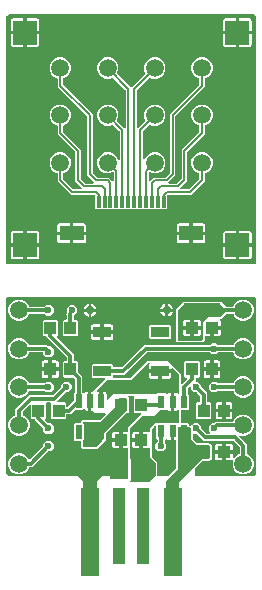
<source format=gbr>
G04 EAGLE Gerber X2 export*
G75*
%MOMM*%
%FSLAX34Y34*%
%LPD*%
%AMOC8*
5,1,8,0,0,1.08239X$1,22.5*%
G01*
%ADD10R,0.550000X1.200000*%
%ADD11R,1.500000X0.900000*%
%ADD12R,1.500000X7.500000*%
%ADD13R,1.000000X6.500000*%
%ADD14R,0.600000X1.100000*%
%ADD15C,1.650000*%
%ADD16R,1.650000X1.650000*%
%ADD17R,1.000000X1.100000*%
%ADD18R,1.100000X1.000000*%
%ADD19C,1.500000*%
%ADD20R,2.000000X1.300000*%
%ADD21R,0.300000X1.000000*%
%ADD22C,0.750000*%
%ADD23C,0.700000*%
%ADD24R,2.000000X2.000000*%
%ADD25C,0.600000*%
%ADD26C,0.304800*%
%ADD27C,0.152400*%

G36*
X215020Y274242D02*
X215020Y274242D01*
X215039Y274240D01*
X215141Y274262D01*
X215243Y274279D01*
X215260Y274288D01*
X215280Y274292D01*
X215369Y274345D01*
X215460Y274394D01*
X215474Y274408D01*
X215491Y274418D01*
X215558Y274497D01*
X215630Y274572D01*
X215638Y274590D01*
X215651Y274605D01*
X215690Y274701D01*
X215733Y274795D01*
X215735Y274815D01*
X215743Y274833D01*
X215761Y275000D01*
X215761Y483245D01*
X215751Y483310D01*
X215750Y483375D01*
X215727Y483455D01*
X215722Y483488D01*
X215712Y483505D01*
X215703Y483537D01*
X215672Y483612D01*
X215637Y483667D01*
X215612Y483727D01*
X215560Y483793D01*
X215542Y483821D01*
X215527Y483833D01*
X215507Y483858D01*
X213858Y485507D01*
X213805Y485545D01*
X213759Y485591D01*
X213685Y485632D01*
X213659Y485651D01*
X213640Y485656D01*
X213612Y485672D01*
X213537Y485703D01*
X213473Y485718D01*
X213412Y485743D01*
X213329Y485752D01*
X213297Y485759D01*
X213278Y485758D01*
X213245Y485761D01*
X6755Y485761D01*
X6690Y485751D01*
X6625Y485750D01*
X6545Y485727D01*
X6512Y485722D01*
X6495Y485712D01*
X6463Y485703D01*
X6388Y485672D01*
X6333Y485637D01*
X6273Y485612D01*
X6207Y485560D01*
X6179Y485542D01*
X6167Y485527D01*
X6142Y485507D01*
X4493Y483858D01*
X4455Y483805D01*
X4409Y483758D01*
X4369Y483685D01*
X4349Y483659D01*
X4344Y483640D01*
X4328Y483611D01*
X4297Y483536D01*
X4282Y483473D01*
X4257Y483412D01*
X4248Y483329D01*
X4241Y483297D01*
X4242Y483278D01*
X4239Y483245D01*
X4239Y275000D01*
X4242Y274980D01*
X4240Y274961D01*
X4262Y274859D01*
X4279Y274757D01*
X4288Y274740D01*
X4292Y274720D01*
X4345Y274631D01*
X4394Y274540D01*
X4408Y274526D01*
X4418Y274509D01*
X4497Y274442D01*
X4572Y274371D01*
X4590Y274362D01*
X4605Y274349D01*
X4701Y274310D01*
X4795Y274267D01*
X4815Y274265D01*
X4833Y274257D01*
X5000Y274239D01*
X215000Y274239D01*
X215020Y274242D01*
G37*
G36*
X80020Y84242D02*
X80020Y84242D01*
X80039Y84240D01*
X80141Y84262D01*
X80243Y84279D01*
X80260Y84288D01*
X80280Y84292D01*
X80369Y84345D01*
X80460Y84394D01*
X80474Y84408D01*
X80491Y84418D01*
X80558Y84497D01*
X80630Y84572D01*
X80638Y84590D01*
X80651Y84605D01*
X80690Y84701D01*
X80733Y84795D01*
X80735Y84815D01*
X80743Y84833D01*
X80761Y85000D01*
X80761Y89685D01*
X85315Y94239D01*
X106976Y94239D01*
X106996Y94242D01*
X107015Y94240D01*
X107117Y94262D01*
X107219Y94279D01*
X107236Y94288D01*
X107256Y94292D01*
X107345Y94345D01*
X107436Y94394D01*
X107450Y94408D01*
X107467Y94418D01*
X107534Y94497D01*
X107606Y94572D01*
X107614Y94590D01*
X107627Y94605D01*
X107666Y94701D01*
X107709Y94795D01*
X107711Y94815D01*
X107719Y94833D01*
X107737Y95000D01*
X107737Y110000D01*
X107734Y110020D01*
X107736Y110039D01*
X107714Y110141D01*
X107698Y110243D01*
X107688Y110260D01*
X107684Y110280D01*
X107631Y110369D01*
X107582Y110460D01*
X107568Y110474D01*
X107558Y110491D01*
X107535Y110510D01*
X107606Y110584D01*
X107614Y110602D01*
X107627Y110617D01*
X107666Y110713D01*
X107709Y110807D01*
X107711Y110827D01*
X107719Y110845D01*
X107737Y111012D01*
X107737Y117238D01*
X107734Y117258D01*
X107736Y117277D01*
X107714Y117379D01*
X107698Y117481D01*
X107688Y117498D01*
X107684Y117518D01*
X107631Y117607D01*
X107582Y117698D01*
X107568Y117712D01*
X107558Y117729D01*
X107479Y117796D01*
X107404Y117868D01*
X107386Y117876D01*
X107371Y117889D01*
X107275Y117928D01*
X107181Y117971D01*
X107161Y117973D01*
X107143Y117981D01*
X106976Y117999D01*
X103023Y117999D01*
X103023Y124238D01*
X103020Y124258D01*
X103022Y124277D01*
X103000Y124379D01*
X102983Y124481D01*
X102974Y124498D01*
X102970Y124518D01*
X102917Y124607D01*
X102868Y124698D01*
X102854Y124712D01*
X102844Y124729D01*
X102765Y124796D01*
X102690Y124867D01*
X102672Y124876D01*
X102657Y124889D01*
X102561Y124928D01*
X102467Y124971D01*
X102447Y124973D01*
X102429Y124981D01*
X102262Y124999D01*
X101499Y124999D01*
X101499Y125001D01*
X102262Y125001D01*
X102282Y125004D01*
X102301Y125002D01*
X102403Y125024D01*
X102505Y125041D01*
X102522Y125050D01*
X102542Y125054D01*
X102631Y125107D01*
X102722Y125156D01*
X102736Y125170D01*
X102753Y125180D01*
X102820Y125259D01*
X102891Y125334D01*
X102900Y125352D01*
X102913Y125367D01*
X102952Y125463D01*
X102995Y125557D01*
X102997Y125577D01*
X103005Y125595D01*
X103023Y125762D01*
X103023Y132001D01*
X106976Y132001D01*
X106996Y132004D01*
X107015Y132002D01*
X107117Y132024D01*
X107219Y132040D01*
X107236Y132050D01*
X107256Y132054D01*
X107345Y132107D01*
X107436Y132156D01*
X107450Y132170D01*
X107467Y132180D01*
X107534Y132259D01*
X107606Y132334D01*
X107614Y132352D01*
X107627Y132367D01*
X107666Y132463D01*
X107709Y132557D01*
X107711Y132577D01*
X107719Y132595D01*
X107737Y132762D01*
X107737Y135937D01*
X109286Y137486D01*
X118500Y146700D01*
X118542Y146758D01*
X118591Y146810D01*
X118613Y146857D01*
X118643Y146899D01*
X118664Y146968D01*
X118695Y147033D01*
X118700Y147085D01*
X118716Y147135D01*
X118714Y147206D01*
X118722Y147277D01*
X118711Y147328D01*
X118709Y147380D01*
X118685Y147448D01*
X118669Y147518D01*
X118643Y147563D01*
X118625Y147611D01*
X118580Y147667D01*
X118543Y147729D01*
X118504Y147763D01*
X118471Y147803D01*
X118411Y147842D01*
X118356Y147889D01*
X118308Y147908D01*
X118264Y147936D01*
X118195Y147954D01*
X118128Y147981D01*
X118057Y147989D01*
X118026Y147997D01*
X118002Y147995D01*
X117961Y147999D01*
X112878Y147999D01*
X111999Y148878D01*
X111999Y161122D01*
X112315Y161438D01*
X112357Y161496D01*
X112407Y161548D01*
X112429Y161595D01*
X112459Y161637D01*
X112480Y161706D01*
X112510Y161771D01*
X112516Y161823D01*
X112531Y161873D01*
X112529Y161944D01*
X112537Y162015D01*
X112526Y162066D01*
X112525Y162118D01*
X112500Y162186D01*
X112485Y162256D01*
X112458Y162301D01*
X112440Y162349D01*
X112396Y162405D01*
X112359Y162467D01*
X112319Y162501D01*
X112287Y162541D01*
X112227Y162580D01*
X112172Y162627D01*
X112124Y162646D01*
X112080Y162674D01*
X112011Y162692D01*
X111944Y162719D01*
X111873Y162727D01*
X111841Y162735D01*
X111818Y162733D01*
X111777Y162737D01*
X108223Y162737D01*
X108152Y162726D01*
X108080Y162724D01*
X108031Y162706D01*
X107980Y162698D01*
X107917Y162664D01*
X107849Y162639D01*
X107809Y162607D01*
X107763Y162582D01*
X107713Y162530D01*
X107657Y162486D01*
X107629Y162442D01*
X107593Y162404D01*
X107563Y162339D01*
X107524Y162279D01*
X107512Y162228D01*
X107490Y162181D01*
X107482Y162110D01*
X107464Y162040D01*
X107468Y161988D01*
X107463Y161937D01*
X107478Y161866D01*
X107483Y161795D01*
X107504Y161747D01*
X107515Y161696D01*
X107552Y161635D01*
X107580Y161569D01*
X107625Y161513D01*
X107641Y161485D01*
X107659Y161470D01*
X107685Y161438D01*
X108001Y161122D01*
X108001Y148878D01*
X107122Y147999D01*
X106515Y147999D01*
X106424Y147985D01*
X106334Y147977D01*
X106304Y147965D01*
X106272Y147960D01*
X106191Y147917D01*
X106107Y147881D01*
X106075Y147855D01*
X106054Y147844D01*
X106032Y147821D01*
X105976Y147776D01*
X88974Y130774D01*
X88921Y130700D01*
X88861Y130630D01*
X88849Y130600D01*
X88830Y130574D01*
X88803Y130487D01*
X88769Y130402D01*
X88765Y130361D01*
X88758Y130339D01*
X88759Y130307D01*
X88751Y130235D01*
X88751Y125378D01*
X87851Y124479D01*
X87834Y124477D01*
X87804Y124465D01*
X87772Y124460D01*
X87691Y124417D01*
X87607Y124381D01*
X87575Y124355D01*
X87554Y124344D01*
X87532Y124321D01*
X87476Y124276D01*
X80937Y117737D01*
X69063Y117737D01*
X67737Y119063D01*
X67737Y123738D01*
X67734Y123758D01*
X67736Y123777D01*
X67714Y123879D01*
X67698Y123981D01*
X67688Y123998D01*
X67684Y124018D01*
X67631Y124107D01*
X67582Y124198D01*
X67568Y124212D01*
X67558Y124229D01*
X67479Y124296D01*
X67404Y124368D01*
X67386Y124376D01*
X67371Y124389D01*
X67275Y124428D01*
X67181Y124471D01*
X67161Y124473D01*
X67143Y124481D01*
X66976Y124499D01*
X62128Y124499D01*
X61249Y125378D01*
X61249Y138622D01*
X62128Y139501D01*
X66976Y139501D01*
X66996Y139504D01*
X67015Y139502D01*
X67117Y139524D01*
X67219Y139540D01*
X67236Y139550D01*
X67256Y139554D01*
X67345Y139607D01*
X67436Y139656D01*
X67450Y139670D01*
X67467Y139680D01*
X67534Y139759D01*
X67606Y139834D01*
X67614Y139852D01*
X67627Y139867D01*
X67666Y139963D01*
X67709Y140057D01*
X67711Y140077D01*
X67719Y140095D01*
X67737Y140262D01*
X67737Y140937D01*
X69063Y142263D01*
X83747Y142263D01*
X83838Y142277D01*
X83928Y142285D01*
X83958Y142297D01*
X83990Y142302D01*
X84071Y142345D01*
X84155Y142381D01*
X84187Y142407D01*
X84208Y142418D01*
X84230Y142441D01*
X84286Y142486D01*
X88238Y146438D01*
X88280Y146496D01*
X88329Y146548D01*
X88351Y146595D01*
X88381Y146637D01*
X88402Y146706D01*
X88433Y146771D01*
X88438Y146823D01*
X88454Y146873D01*
X88452Y146944D01*
X88460Y147015D01*
X88449Y147066D01*
X88447Y147118D01*
X88423Y147186D01*
X88407Y147256D01*
X88381Y147301D01*
X88363Y147349D01*
X88318Y147405D01*
X88281Y147467D01*
X88242Y147501D01*
X88209Y147541D01*
X88149Y147580D01*
X88094Y147627D01*
X88046Y147646D01*
X88002Y147674D01*
X87933Y147692D01*
X87866Y147719D01*
X87795Y147727D01*
X87764Y147735D01*
X87740Y147733D01*
X87699Y147737D01*
X79063Y147737D01*
X77737Y149063D01*
X77737Y149238D01*
X77734Y149258D01*
X77736Y149277D01*
X77714Y149379D01*
X77698Y149481D01*
X77688Y149498D01*
X77684Y149518D01*
X77631Y149607D01*
X77582Y149698D01*
X77568Y149712D01*
X77558Y149729D01*
X77479Y149796D01*
X77404Y149868D01*
X77386Y149876D01*
X77371Y149889D01*
X77275Y149928D01*
X77181Y149971D01*
X77161Y149973D01*
X77143Y149981D01*
X76976Y149999D01*
X76374Y149999D01*
X76374Y157387D01*
X76371Y157406D01*
X76373Y157426D01*
X76351Y157528D01*
X76335Y157630D01*
X76325Y157647D01*
X76321Y157667D01*
X76268Y157756D01*
X76219Y157847D01*
X76205Y157861D01*
X76195Y157878D01*
X76116Y157945D01*
X76059Y157999D01*
X76073Y158007D01*
X76087Y158021D01*
X76104Y158031D01*
X76171Y158110D01*
X76243Y158185D01*
X76251Y158203D01*
X76264Y158218D01*
X76303Y158315D01*
X76346Y158408D01*
X76348Y158428D01*
X76356Y158446D01*
X76374Y158613D01*
X76374Y166001D01*
X77485Y166001D01*
X77576Y166015D01*
X77666Y166023D01*
X77696Y166035D01*
X77728Y166040D01*
X77809Y166083D01*
X77893Y166119D01*
X77925Y166145D01*
X77946Y166156D01*
X77968Y166179D01*
X78024Y166224D01*
X88000Y176200D01*
X88042Y176258D01*
X88091Y176310D01*
X88113Y176357D01*
X88143Y176399D01*
X88164Y176468D01*
X88195Y176533D01*
X88200Y176585D01*
X88216Y176635D01*
X88214Y176706D01*
X88222Y176777D01*
X88211Y176828D01*
X88209Y176880D01*
X88185Y176948D01*
X88169Y177018D01*
X88143Y177063D01*
X88125Y177111D01*
X88080Y177167D01*
X88043Y177229D01*
X88004Y177263D01*
X87971Y177303D01*
X87911Y177342D01*
X87856Y177389D01*
X87808Y177408D01*
X87764Y177436D01*
X87695Y177454D01*
X87628Y177481D01*
X87557Y177489D01*
X87526Y177497D01*
X87502Y177495D01*
X87461Y177499D01*
X77378Y177499D01*
X76499Y178378D01*
X76499Y188622D01*
X77378Y189501D01*
X93622Y189501D01*
X94501Y188622D01*
X94501Y187286D01*
X94504Y187266D01*
X94502Y187247D01*
X94524Y187145D01*
X94540Y187043D01*
X94550Y187026D01*
X94554Y187006D01*
X94607Y186917D01*
X94656Y186826D01*
X94670Y186812D01*
X94680Y186795D01*
X94759Y186728D01*
X94834Y186656D01*
X94852Y186648D01*
X94867Y186635D01*
X94963Y186596D01*
X95057Y186553D01*
X95077Y186551D01*
X95095Y186543D01*
X95262Y186525D01*
X101932Y186525D01*
X102022Y186539D01*
X102113Y186547D01*
X102143Y186559D01*
X102175Y186564D01*
X102255Y186607D01*
X102339Y186643D01*
X102371Y186669D01*
X102392Y186680D01*
X102414Y186703D01*
X102470Y186748D01*
X121247Y205525D01*
X176344Y205525D01*
X176434Y205539D01*
X176525Y205547D01*
X176555Y205559D01*
X176587Y205564D01*
X176668Y205607D01*
X176752Y205643D01*
X176784Y205669D01*
X176805Y205680D01*
X176827Y205703D01*
X176883Y205748D01*
X178136Y207001D01*
X181864Y207001D01*
X183117Y205748D01*
X183191Y205695D01*
X183261Y205635D01*
X183291Y205623D01*
X183317Y205604D01*
X183404Y205577D01*
X183489Y205543D01*
X183530Y205539D01*
X183552Y205532D01*
X183584Y205533D01*
X183656Y205525D01*
X196002Y205525D01*
X196117Y205544D01*
X196233Y205561D01*
X196239Y205563D01*
X196245Y205564D01*
X196347Y205619D01*
X196452Y205672D01*
X196457Y205677D01*
X196462Y205680D01*
X196542Y205764D01*
X196624Y205848D01*
X196628Y205854D01*
X196631Y205858D01*
X196639Y205875D01*
X196705Y205995D01*
X197370Y207599D01*
X199901Y210130D01*
X203210Y211501D01*
X206790Y211501D01*
X210099Y210130D01*
X212630Y207599D01*
X214001Y204290D01*
X214001Y200710D01*
X212630Y197401D01*
X210099Y194870D01*
X206790Y193499D01*
X203210Y193499D01*
X199901Y194870D01*
X197370Y197401D01*
X196705Y199005D01*
X196643Y199105D01*
X196584Y199205D01*
X196579Y199209D01*
X196576Y199214D01*
X196485Y199289D01*
X196397Y199365D01*
X196391Y199367D01*
X196386Y199371D01*
X196278Y199413D01*
X196169Y199457D01*
X196161Y199458D01*
X196157Y199459D01*
X196138Y199460D01*
X196002Y199475D01*
X183656Y199475D01*
X183566Y199461D01*
X183475Y199453D01*
X183445Y199441D01*
X183413Y199436D01*
X183332Y199393D01*
X183248Y199357D01*
X183216Y199331D01*
X183195Y199320D01*
X183173Y199297D01*
X183117Y199252D01*
X181864Y197999D01*
X178136Y197999D01*
X176883Y199252D01*
X176809Y199305D01*
X176739Y199365D01*
X176709Y199377D01*
X176683Y199396D01*
X176596Y199423D01*
X176511Y199457D01*
X176470Y199461D01*
X176448Y199468D01*
X176416Y199467D01*
X176344Y199475D01*
X124068Y199475D01*
X123978Y199461D01*
X123887Y199453D01*
X123857Y199441D01*
X123825Y199436D01*
X123745Y199393D01*
X123661Y199357D01*
X123629Y199331D01*
X123608Y199320D01*
X123586Y199297D01*
X123530Y199252D01*
X104753Y180475D01*
X95262Y180475D01*
X95242Y180472D01*
X95223Y180474D01*
X95121Y180452D01*
X95019Y180436D01*
X95002Y180426D01*
X94982Y180422D01*
X94893Y180369D01*
X94802Y180320D01*
X94788Y180306D01*
X94771Y180296D01*
X94704Y180217D01*
X94632Y180142D01*
X94624Y180124D01*
X94611Y180109D01*
X94572Y180013D01*
X94529Y179919D01*
X94527Y179899D01*
X94519Y179881D01*
X94501Y179714D01*
X94501Y178253D01*
X94490Y178229D01*
X94484Y178177D01*
X94469Y178128D01*
X94471Y178056D01*
X94463Y177985D01*
X94474Y177934D01*
X94475Y177882D01*
X94500Y177814D01*
X94515Y177744D01*
X94542Y177700D01*
X94559Y177651D01*
X94604Y177595D01*
X94641Y177533D01*
X94681Y177499D01*
X94713Y177459D01*
X94773Y177420D01*
X94828Y177373D01*
X94876Y177354D01*
X94920Y177326D01*
X94989Y177308D01*
X95056Y177281D01*
X95127Y177273D01*
X95158Y177265D01*
X95182Y177267D01*
X95223Y177263D01*
X108747Y177263D01*
X108838Y177277D01*
X108928Y177285D01*
X108958Y177297D01*
X108990Y177302D01*
X109071Y177345D01*
X109155Y177381D01*
X109187Y177407D01*
X109208Y177418D01*
X109230Y177441D01*
X109286Y177486D01*
X124063Y192263D01*
X140937Y192263D01*
X152263Y180937D01*
X152263Y173378D01*
X152264Y173371D01*
X152264Y173369D01*
X152265Y173362D01*
X152274Y173307D01*
X152276Y173236D01*
X152294Y173187D01*
X152302Y173135D01*
X152336Y173072D01*
X152361Y173005D01*
X152393Y172964D01*
X152418Y172918D01*
X152469Y172869D01*
X152514Y172813D01*
X152558Y172784D01*
X152596Y172749D01*
X152661Y172718D01*
X152721Y172680D01*
X152772Y172667D01*
X152819Y172645D01*
X152890Y172637D01*
X152960Y172620D01*
X153012Y172624D01*
X153063Y172618D01*
X153134Y172633D01*
X153205Y172639D01*
X153253Y172659D01*
X153304Y172670D01*
X153365Y172707D01*
X153431Y172735D01*
X153487Y172780D01*
X153515Y172796D01*
X153530Y172814D01*
X153562Y172840D01*
X157422Y176700D01*
X157464Y176758D01*
X157513Y176810D01*
X157535Y176857D01*
X157566Y176899D01*
X157587Y176968D01*
X157617Y177033D01*
X157623Y177085D01*
X157638Y177135D01*
X157636Y177206D01*
X157644Y177277D01*
X157633Y177328D01*
X157632Y177380D01*
X157607Y177448D01*
X157592Y177518D01*
X157565Y177562D01*
X157547Y177611D01*
X157502Y177667D01*
X157466Y177729D01*
X157426Y177763D01*
X157394Y177803D01*
X157333Y177842D01*
X157279Y177889D01*
X157230Y177908D01*
X157187Y177936D01*
X157117Y177954D01*
X157051Y177981D01*
X156979Y177989D01*
X156948Y177997D01*
X156925Y177995D01*
X156884Y177999D01*
X155878Y177999D01*
X154999Y178878D01*
X154999Y191122D01*
X155878Y192001D01*
X167122Y192001D01*
X168001Y191122D01*
X168001Y178878D01*
X167122Y177999D01*
X165286Y177999D01*
X165266Y177996D01*
X165247Y177998D01*
X165145Y177976D01*
X165043Y177960D01*
X165026Y177950D01*
X165006Y177946D01*
X164917Y177893D01*
X164826Y177844D01*
X164812Y177830D01*
X164795Y177820D01*
X164728Y177741D01*
X164656Y177666D01*
X164648Y177648D01*
X164635Y177633D01*
X164596Y177537D01*
X164553Y177443D01*
X164551Y177423D01*
X164543Y177405D01*
X164525Y177238D01*
X164525Y175262D01*
X164528Y175242D01*
X164526Y175223D01*
X164548Y175121D01*
X164564Y175019D01*
X164574Y175002D01*
X164578Y174982D01*
X164631Y174893D01*
X164680Y174802D01*
X164694Y174788D01*
X164704Y174771D01*
X164783Y174704D01*
X164858Y174632D01*
X164876Y174624D01*
X164891Y174611D01*
X164987Y174572D01*
X165081Y174529D01*
X165101Y174527D01*
X165119Y174519D01*
X165286Y174501D01*
X166864Y174501D01*
X169501Y171864D01*
X169501Y170092D01*
X169515Y170002D01*
X169523Y169911D01*
X169535Y169881D01*
X169540Y169849D01*
X169583Y169769D01*
X169619Y169685D01*
X169645Y169653D01*
X169656Y169632D01*
X169679Y169610D01*
X169724Y169554D01*
X174525Y164753D01*
X174525Y157762D01*
X174528Y157742D01*
X174526Y157723D01*
X174548Y157621D01*
X174564Y157519D01*
X174574Y157502D01*
X174578Y157482D01*
X174631Y157393D01*
X174680Y157302D01*
X174694Y157288D01*
X174704Y157271D01*
X174783Y157204D01*
X174858Y157132D01*
X174876Y157124D01*
X174891Y157111D01*
X174987Y157072D01*
X175081Y157029D01*
X175101Y157027D01*
X175119Y157019D01*
X175286Y157001D01*
X177122Y157001D01*
X178001Y156122D01*
X178001Y143878D01*
X177122Y142999D01*
X165878Y142999D01*
X164999Y143878D01*
X164999Y156122D01*
X165878Y157001D01*
X167714Y157001D01*
X167734Y157004D01*
X167753Y157002D01*
X167855Y157024D01*
X167957Y157040D01*
X167974Y157050D01*
X167994Y157054D01*
X168083Y157107D01*
X168174Y157156D01*
X168188Y157170D01*
X168205Y157180D01*
X168272Y157259D01*
X168344Y157334D01*
X168352Y157352D01*
X168365Y157367D01*
X168404Y157463D01*
X168447Y157557D01*
X168449Y157577D01*
X168457Y157595D01*
X168475Y157762D01*
X168475Y161932D01*
X168461Y162022D01*
X168453Y162113D01*
X168441Y162143D01*
X168436Y162175D01*
X168393Y162255D01*
X168357Y162339D01*
X168331Y162371D01*
X168320Y162392D01*
X168297Y162414D01*
X168252Y162470D01*
X165446Y165276D01*
X165372Y165329D01*
X165303Y165389D01*
X165273Y165401D01*
X165246Y165420D01*
X165159Y165447D01*
X165075Y165481D01*
X165034Y165485D01*
X165011Y165492D01*
X164979Y165491D01*
X164908Y165499D01*
X163136Y165499D01*
X160499Y168136D01*
X160499Y169384D01*
X160488Y169455D01*
X160486Y169526D01*
X160468Y169575D01*
X160460Y169627D01*
X160426Y169690D01*
X160401Y169757D01*
X160369Y169798D01*
X160344Y169844D01*
X160292Y169893D01*
X160248Y169949D01*
X160204Y169977D01*
X160166Y170013D01*
X160101Y170044D01*
X160041Y170082D01*
X159990Y170095D01*
X159943Y170117D01*
X159872Y170125D01*
X159802Y170142D01*
X159750Y170138D01*
X159699Y170144D01*
X159628Y170129D01*
X159557Y170123D01*
X159509Y170103D01*
X159458Y170092D01*
X159397Y170055D01*
X159331Y170027D01*
X159275Y169982D01*
X159247Y169966D01*
X159232Y169948D01*
X159200Y169922D01*
X158248Y168970D01*
X158195Y168896D01*
X158135Y168827D01*
X158123Y168797D01*
X158104Y168770D01*
X158077Y168683D01*
X158043Y168599D01*
X158039Y168558D01*
X158032Y168535D01*
X158033Y168503D01*
X158025Y168432D01*
X158025Y164913D01*
X158039Y164823D01*
X158047Y164732D01*
X158059Y164702D01*
X158064Y164670D01*
X158107Y164590D01*
X158143Y164506D01*
X158169Y164474D01*
X158180Y164453D01*
X158203Y164431D01*
X158248Y164375D01*
X159001Y163622D01*
X159001Y151378D01*
X158122Y150499D01*
X153024Y150499D01*
X153004Y150496D01*
X152985Y150498D01*
X152883Y150476D01*
X152781Y150460D01*
X152764Y150450D01*
X152744Y150446D01*
X152655Y150393D01*
X152564Y150344D01*
X152550Y150330D01*
X152533Y150320D01*
X152466Y150241D01*
X152394Y150166D01*
X152386Y150148D01*
X152373Y150133D01*
X152334Y150037D01*
X152291Y149943D01*
X152289Y149923D01*
X152281Y149905D01*
X152263Y149738D01*
X152263Y140262D01*
X152266Y140242D01*
X152264Y140223D01*
X152286Y140121D01*
X152302Y140019D01*
X152312Y140002D01*
X152316Y139982D01*
X152369Y139893D01*
X152418Y139802D01*
X152432Y139788D01*
X152442Y139771D01*
X152521Y139704D01*
X152596Y139632D01*
X152614Y139624D01*
X152629Y139611D01*
X152725Y139572D01*
X152819Y139529D01*
X152839Y139527D01*
X152857Y139519D01*
X153024Y139501D01*
X158122Y139501D01*
X159001Y138622D01*
X159001Y138024D01*
X159004Y138004D01*
X159002Y137985D01*
X159024Y137883D01*
X159040Y137781D01*
X159050Y137764D01*
X159054Y137744D01*
X159107Y137655D01*
X159156Y137564D01*
X159170Y137550D01*
X159180Y137533D01*
X159259Y137466D01*
X159334Y137394D01*
X159352Y137386D01*
X159367Y137373D01*
X159463Y137334D01*
X159557Y137291D01*
X159577Y137289D01*
X159595Y137281D01*
X159762Y137263D01*
X160582Y137263D01*
X160672Y137277D01*
X160763Y137285D01*
X160793Y137297D01*
X160825Y137302D01*
X160906Y137345D01*
X160990Y137381D01*
X161022Y137407D01*
X161043Y137418D01*
X161065Y137441D01*
X161121Y137486D01*
X163136Y139501D01*
X166864Y139501D01*
X169501Y136864D01*
X169501Y135092D01*
X169515Y135002D01*
X169523Y134911D01*
X169535Y134881D01*
X169540Y134849D01*
X169583Y134769D01*
X169619Y134685D01*
X169645Y134653D01*
X169656Y134632D01*
X169679Y134610D01*
X169724Y134554D01*
X173530Y130748D01*
X173604Y130695D01*
X173673Y130635D01*
X173703Y130623D01*
X173730Y130604D01*
X173817Y130577D01*
X173901Y130543D01*
X173942Y130539D01*
X173965Y130532D01*
X173997Y130533D01*
X174068Y130525D01*
X176272Y130525D01*
X176343Y130536D01*
X176415Y130538D01*
X176464Y130556D01*
X176515Y130564D01*
X176579Y130598D01*
X176646Y130623D01*
X176687Y130655D01*
X176733Y130680D01*
X176782Y130732D01*
X176838Y130776D01*
X176866Y130820D01*
X176902Y130858D01*
X176932Y130923D01*
X176971Y130983D01*
X176984Y131034D01*
X177006Y131081D01*
X177013Y131152D01*
X177031Y131222D01*
X177027Y131274D01*
X177033Y131325D01*
X177017Y131396D01*
X177012Y131467D01*
X176992Y131515D01*
X176980Y131566D01*
X176944Y131627D01*
X176916Y131693D01*
X176871Y131749D01*
X176854Y131777D01*
X176836Y131792D01*
X176811Y131824D01*
X175499Y133136D01*
X175499Y136864D01*
X178136Y139501D01*
X179908Y139501D01*
X179998Y139515D01*
X180089Y139523D01*
X180119Y139535D01*
X180151Y139540D01*
X180231Y139583D01*
X180315Y139619D01*
X180347Y139645D01*
X180368Y139656D01*
X180390Y139679D01*
X180446Y139724D01*
X181247Y140525D01*
X196002Y140525D01*
X196117Y140544D01*
X196233Y140561D01*
X196239Y140563D01*
X196245Y140564D01*
X196347Y140619D01*
X196452Y140672D01*
X196457Y140677D01*
X196462Y140680D01*
X196542Y140764D01*
X196624Y140848D01*
X196628Y140854D01*
X196631Y140858D01*
X196639Y140875D01*
X196705Y140995D01*
X197370Y142599D01*
X199901Y145130D01*
X203210Y146501D01*
X206790Y146501D01*
X210099Y145130D01*
X212630Y142599D01*
X214001Y139290D01*
X214001Y135710D01*
X212630Y132401D01*
X210099Y129870D01*
X206790Y128499D01*
X203210Y128499D01*
X202595Y128754D01*
X202500Y128776D01*
X202407Y128805D01*
X202381Y128804D01*
X202355Y128810D01*
X202259Y128801D01*
X202161Y128798D01*
X202137Y128789D01*
X202111Y128787D01*
X202021Y128747D01*
X201930Y128714D01*
X201910Y128698D01*
X201886Y128687D01*
X201814Y128621D01*
X201738Y128560D01*
X201724Y128538D01*
X201705Y128521D01*
X201658Y128435D01*
X201605Y128353D01*
X201599Y128328D01*
X201586Y128305D01*
X201569Y128209D01*
X201545Y128115D01*
X201547Y128089D01*
X201542Y128063D01*
X201557Y127966D01*
X201564Y127870D01*
X201574Y127846D01*
X201578Y127820D01*
X201622Y127733D01*
X201660Y127643D01*
X201681Y127618D01*
X201690Y127600D01*
X201713Y127577D01*
X201765Y127512D01*
X208025Y121253D01*
X208025Y113998D01*
X208044Y113883D01*
X208061Y113767D01*
X208063Y113761D01*
X208064Y113755D01*
X208119Y113653D01*
X208172Y113548D01*
X208177Y113543D01*
X208180Y113538D01*
X208264Y113458D01*
X208348Y113376D01*
X208354Y113372D01*
X208358Y113369D01*
X208375Y113361D01*
X208495Y113295D01*
X210099Y112630D01*
X212630Y110099D01*
X214001Y106790D01*
X214001Y103210D01*
X212630Y99901D01*
X210099Y97370D01*
X206790Y95999D01*
X203210Y95999D01*
X199901Y97370D01*
X197370Y99901D01*
X195999Y103210D01*
X195999Y106790D01*
X196259Y107418D01*
X196286Y107533D01*
X196315Y107653D01*
X196315Y107655D01*
X196315Y107657D01*
X196304Y107776D01*
X196293Y107898D01*
X196292Y107900D01*
X196292Y107902D01*
X196243Y108013D01*
X196194Y108123D01*
X196193Y108125D01*
X196192Y108127D01*
X196111Y108215D01*
X196029Y108305D01*
X196027Y108306D01*
X196026Y108308D01*
X195920Y108366D01*
X195814Y108425D01*
X195812Y108425D01*
X195810Y108426D01*
X195690Y108448D01*
X195572Y108470D01*
X195570Y108470D01*
X195568Y108470D01*
X195449Y108453D01*
X195329Y108436D01*
X195327Y108435D01*
X195325Y108434D01*
X195318Y108431D01*
X195175Y108368D01*
X194772Y108136D01*
X194263Y107999D01*
X190023Y107999D01*
X190023Y113477D01*
X196001Y113477D01*
X196001Y110568D01*
X196012Y110497D01*
X196014Y110425D01*
X196032Y110376D01*
X196040Y110325D01*
X196074Y110261D01*
X196099Y110194D01*
X196131Y110153D01*
X196156Y110107D01*
X196208Y110058D01*
X196252Y110002D01*
X196296Y109974D01*
X196334Y109938D01*
X196399Y109908D01*
X196459Y109869D01*
X196510Y109856D01*
X196557Y109834D01*
X196628Y109826D01*
X196698Y109809D01*
X196750Y109813D01*
X196801Y109807D01*
X196872Y109823D01*
X196943Y109828D01*
X196991Y109848D01*
X197042Y109860D01*
X197103Y109896D01*
X197169Y109924D01*
X197225Y109969D01*
X197253Y109986D01*
X197268Y110004D01*
X197300Y110029D01*
X199901Y112630D01*
X201505Y113295D01*
X201605Y113357D01*
X201705Y113416D01*
X201709Y113421D01*
X201714Y113424D01*
X201789Y113515D01*
X201865Y113603D01*
X201867Y113609D01*
X201871Y113614D01*
X201913Y113722D01*
X201957Y113831D01*
X201958Y113839D01*
X201959Y113843D01*
X201960Y113862D01*
X201975Y113998D01*
X201975Y118432D01*
X201961Y118522D01*
X201953Y118613D01*
X201941Y118643D01*
X201936Y118675D01*
X201893Y118755D01*
X201857Y118839D01*
X201831Y118871D01*
X201820Y118892D01*
X201797Y118914D01*
X201752Y118970D01*
X196470Y124252D01*
X196396Y124305D01*
X196327Y124365D01*
X196297Y124377D01*
X196270Y124396D01*
X196183Y124423D01*
X196099Y124457D01*
X196058Y124461D01*
X196035Y124468D01*
X196003Y124467D01*
X195932Y124475D01*
X171247Y124475D01*
X165446Y130276D01*
X165372Y130329D01*
X165303Y130389D01*
X165273Y130401D01*
X165246Y130420D01*
X165159Y130447D01*
X165075Y130481D01*
X165034Y130485D01*
X165011Y130492D01*
X164979Y130491D01*
X164908Y130499D01*
X163024Y130499D01*
X163004Y130496D01*
X162985Y130498D01*
X162883Y130476D01*
X162781Y130460D01*
X162764Y130450D01*
X162744Y130446D01*
X162655Y130393D01*
X162564Y130344D01*
X162550Y130330D01*
X162533Y130320D01*
X162466Y130241D01*
X162394Y130166D01*
X162386Y130148D01*
X162373Y130133D01*
X162334Y130037D01*
X162291Y129943D01*
X162289Y129923D01*
X162281Y129905D01*
X162263Y129738D01*
X162263Y126253D01*
X162277Y126162D01*
X162285Y126072D01*
X162297Y126042D01*
X162302Y126010D01*
X162345Y125929D01*
X162381Y125845D01*
X162407Y125813D01*
X162418Y125792D01*
X162441Y125770D01*
X162486Y125714D01*
X165714Y122486D01*
X165788Y122433D01*
X165858Y122373D01*
X165888Y122361D01*
X165914Y122342D01*
X166001Y122315D01*
X166086Y122281D01*
X166127Y122277D01*
X166149Y122270D01*
X166181Y122271D01*
X166253Y122263D01*
X175937Y122263D01*
X176476Y121724D01*
X176550Y121671D01*
X176620Y121611D01*
X176650Y121599D01*
X176676Y121580D01*
X176763Y121553D01*
X176848Y121519D01*
X176889Y121515D01*
X176911Y121508D01*
X176943Y121509D01*
X177015Y121501D01*
X177622Y121501D01*
X178501Y120622D01*
X178501Y109378D01*
X177622Y108499D01*
X177015Y108499D01*
X176924Y108485D01*
X176834Y108477D01*
X176804Y108465D01*
X176772Y108460D01*
X176691Y108417D01*
X176607Y108381D01*
X176575Y108355D01*
X176554Y108344D01*
X176532Y108321D01*
X176476Y108276D01*
X175937Y107737D01*
X171253Y107737D01*
X171162Y107723D01*
X171072Y107715D01*
X171042Y107703D01*
X171010Y107698D01*
X170929Y107655D01*
X170845Y107619D01*
X170813Y107593D01*
X170792Y107582D01*
X170770Y107559D01*
X170714Y107514D01*
X164462Y101262D01*
X164409Y101188D01*
X164349Y101118D01*
X164337Y101088D01*
X164318Y101062D01*
X164291Y100975D01*
X164257Y100890D01*
X164253Y100849D01*
X164246Y100827D01*
X164247Y100795D01*
X164239Y100723D01*
X164239Y95000D01*
X164242Y94980D01*
X164240Y94961D01*
X164262Y94859D01*
X164279Y94757D01*
X164288Y94740D01*
X164292Y94720D01*
X164345Y94631D01*
X164394Y94540D01*
X164408Y94526D01*
X164418Y94509D01*
X164497Y94442D01*
X164572Y94371D01*
X164590Y94362D01*
X164605Y94349D01*
X164701Y94310D01*
X164795Y94267D01*
X164815Y94265D01*
X164833Y94257D01*
X165000Y94239D01*
X213245Y94239D01*
X213310Y94249D01*
X213375Y94250D01*
X213455Y94273D01*
X213488Y94279D01*
X213505Y94288D01*
X213536Y94297D01*
X213611Y94328D01*
X213667Y94362D01*
X213727Y94388D01*
X213792Y94440D01*
X213820Y94457D01*
X213833Y94472D01*
X213858Y94493D01*
X215507Y96142D01*
X215545Y96195D01*
X215591Y96241D01*
X215631Y96315D01*
X215651Y96341D01*
X215656Y96360D01*
X215672Y96388D01*
X215703Y96464D01*
X215718Y96527D01*
X215743Y96588D01*
X215752Y96671D01*
X215759Y96703D01*
X215758Y96722D01*
X215761Y96755D01*
X215761Y245000D01*
X215758Y245020D01*
X215760Y245039D01*
X215738Y245141D01*
X215722Y245243D01*
X215712Y245260D01*
X215708Y245280D01*
X215655Y245369D01*
X215606Y245460D01*
X215592Y245474D01*
X215582Y245491D01*
X215503Y245558D01*
X215428Y245630D01*
X215410Y245638D01*
X215395Y245651D01*
X215299Y245690D01*
X215205Y245733D01*
X215185Y245735D01*
X215167Y245743D01*
X215000Y245761D01*
X5000Y245761D01*
X4980Y245758D01*
X4961Y245760D01*
X4859Y245738D01*
X4757Y245722D01*
X4740Y245712D01*
X4720Y245708D01*
X4631Y245655D01*
X4540Y245606D01*
X4526Y245592D01*
X4509Y245582D01*
X4442Y245503D01*
X4371Y245428D01*
X4362Y245410D01*
X4349Y245395D01*
X4310Y245299D01*
X4267Y245205D01*
X4265Y245185D01*
X4257Y245167D01*
X4239Y245000D01*
X4239Y96755D01*
X4249Y96690D01*
X4250Y96625D01*
X4273Y96545D01*
X4279Y96512D01*
X4288Y96495D01*
X4297Y96464D01*
X4328Y96389D01*
X4362Y96333D01*
X4388Y96273D01*
X4440Y96208D01*
X4457Y96180D01*
X4472Y96167D01*
X4493Y96142D01*
X6142Y94493D01*
X6195Y94455D01*
X6242Y94409D01*
X6315Y94368D01*
X6341Y94349D01*
X6360Y94344D01*
X6389Y94328D01*
X6464Y94297D01*
X6528Y94282D01*
X6588Y94257D01*
X6671Y94248D01*
X6703Y94241D01*
X6723Y94242D01*
X6755Y94239D01*
X64685Y94239D01*
X69239Y89685D01*
X69239Y85000D01*
X69242Y84980D01*
X69240Y84961D01*
X69262Y84859D01*
X69279Y84757D01*
X69288Y84740D01*
X69292Y84720D01*
X69345Y84631D01*
X69394Y84540D01*
X69408Y84526D01*
X69418Y84509D01*
X69497Y84442D01*
X69572Y84371D01*
X69590Y84362D01*
X69605Y84349D01*
X69701Y84310D01*
X69795Y84267D01*
X69815Y84265D01*
X69833Y84257D01*
X70000Y84239D01*
X80000Y84239D01*
X80020Y84242D01*
G37*
%LPC*%
G36*
X80378Y320499D02*
X80378Y320499D01*
X79499Y321378D01*
X79499Y331976D01*
X79496Y331996D01*
X79498Y332015D01*
X79476Y332117D01*
X79460Y332219D01*
X79450Y332236D01*
X79446Y332256D01*
X79393Y332345D01*
X79344Y332436D01*
X79330Y332450D01*
X79320Y332467D01*
X79241Y332534D01*
X79166Y332606D01*
X79148Y332614D01*
X79133Y332627D01*
X79037Y332666D01*
X78943Y332709D01*
X78923Y332711D01*
X78905Y332719D01*
X78738Y332737D01*
X59063Y332737D01*
X47737Y344063D01*
X47737Y350686D01*
X47718Y350801D01*
X47701Y350917D01*
X47699Y350923D01*
X47698Y350929D01*
X47643Y351032D01*
X47590Y351136D01*
X47585Y351141D01*
X47582Y351146D01*
X47498Y351226D01*
X47414Y351309D01*
X47408Y351312D01*
X47404Y351316D01*
X47387Y351324D01*
X47267Y351390D01*
X44901Y352370D01*
X42370Y354901D01*
X40999Y358210D01*
X40999Y361790D01*
X42370Y365099D01*
X44901Y367630D01*
X48210Y369001D01*
X51790Y369001D01*
X55099Y367630D01*
X57630Y365099D01*
X59001Y361790D01*
X59001Y358210D01*
X57630Y354901D01*
X55099Y352370D01*
X52733Y351390D01*
X52633Y351328D01*
X52533Y351268D01*
X52529Y351263D01*
X52524Y351260D01*
X52449Y351170D01*
X52373Y351081D01*
X52371Y351075D01*
X52367Y351070D01*
X52325Y350962D01*
X52281Y350853D01*
X52280Y350845D01*
X52279Y350841D01*
X52278Y350823D01*
X52263Y350686D01*
X52263Y346253D01*
X52277Y346162D01*
X52285Y346072D01*
X52297Y346042D01*
X52302Y346010D01*
X52345Y345929D01*
X52381Y345845D01*
X52407Y345813D01*
X52418Y345792D01*
X52441Y345770D01*
X52486Y345714D01*
X60714Y337486D01*
X60788Y337433D01*
X60858Y337373D01*
X60888Y337361D01*
X60914Y337342D01*
X61001Y337315D01*
X61086Y337281D01*
X61127Y337277D01*
X61149Y337270D01*
X61181Y337271D01*
X61253Y337263D01*
X67699Y337263D01*
X67770Y337274D01*
X67842Y337276D01*
X67891Y337294D01*
X67942Y337302D01*
X68006Y337336D01*
X68073Y337361D01*
X68114Y337393D01*
X68160Y337418D01*
X68209Y337470D01*
X68265Y337514D01*
X68293Y337558D01*
X68329Y337596D01*
X68359Y337661D01*
X68398Y337721D01*
X68411Y337772D01*
X68433Y337819D01*
X68441Y337890D01*
X68458Y337960D01*
X68454Y338012D01*
X68460Y338063D01*
X68444Y338134D01*
X68439Y338205D01*
X68419Y338253D01*
X68407Y338304D01*
X68371Y338365D01*
X68343Y338431D01*
X68298Y338487D01*
X68281Y338515D01*
X68263Y338530D01*
X68238Y338562D01*
X64286Y342514D01*
X62737Y344063D01*
X62737Y368747D01*
X62723Y368838D01*
X62715Y368928D01*
X62703Y368958D01*
X62698Y368990D01*
X62655Y369071D01*
X62619Y369155D01*
X62593Y369187D01*
X62582Y369208D01*
X62559Y369230D01*
X62514Y369286D01*
X47737Y384063D01*
X47737Y390686D01*
X47718Y390801D01*
X47701Y390917D01*
X47699Y390923D01*
X47698Y390929D01*
X47643Y391032D01*
X47590Y391136D01*
X47585Y391141D01*
X47582Y391146D01*
X47498Y391226D01*
X47414Y391309D01*
X47408Y391312D01*
X47404Y391316D01*
X47387Y391324D01*
X47267Y391390D01*
X44901Y392370D01*
X42370Y394901D01*
X40999Y398210D01*
X40999Y401790D01*
X42370Y405099D01*
X44901Y407630D01*
X48210Y409001D01*
X51790Y409001D01*
X55099Y407630D01*
X57630Y405099D01*
X59001Y401790D01*
X59001Y398210D01*
X57630Y394901D01*
X55099Y392370D01*
X52733Y391390D01*
X52633Y391328D01*
X52533Y391268D01*
X52529Y391263D01*
X52524Y391260D01*
X52449Y391170D01*
X52373Y391081D01*
X52371Y391075D01*
X52367Y391070D01*
X52325Y390962D01*
X52281Y390853D01*
X52280Y390845D01*
X52279Y390841D01*
X52278Y390823D01*
X52263Y390686D01*
X52263Y386253D01*
X52277Y386162D01*
X52285Y386072D01*
X52297Y386042D01*
X52302Y386010D01*
X52345Y385929D01*
X52381Y385845D01*
X52407Y385813D01*
X52418Y385792D01*
X52441Y385770D01*
X52486Y385714D01*
X67263Y370937D01*
X67263Y346253D01*
X67277Y346162D01*
X67285Y346072D01*
X67297Y346042D01*
X67302Y346010D01*
X67345Y345929D01*
X67381Y345845D01*
X67407Y345813D01*
X67418Y345792D01*
X67441Y345770D01*
X67486Y345714D01*
X70714Y342486D01*
X70788Y342433D01*
X70858Y342373D01*
X70888Y342361D01*
X70914Y342342D01*
X71001Y342315D01*
X71086Y342281D01*
X71127Y342277D01*
X71149Y342270D01*
X71181Y342271D01*
X71253Y342263D01*
X77699Y342263D01*
X77770Y342274D01*
X77842Y342276D01*
X77891Y342294D01*
X77942Y342302D01*
X78006Y342336D01*
X78073Y342361D01*
X78114Y342393D01*
X78160Y342418D01*
X78209Y342470D01*
X78265Y342514D01*
X78293Y342558D01*
X78329Y342596D01*
X78359Y342661D01*
X78398Y342721D01*
X78411Y342772D01*
X78433Y342819D01*
X78441Y342890D01*
X78458Y342960D01*
X78454Y343012D01*
X78460Y343063D01*
X78444Y343134D01*
X78439Y343205D01*
X78419Y343253D01*
X78407Y343304D01*
X78371Y343365D01*
X78343Y343431D01*
X78298Y343487D01*
X78281Y343515D01*
X78263Y343530D01*
X78238Y343562D01*
X74286Y347514D01*
X72737Y349063D01*
X72737Y398747D01*
X72723Y398838D01*
X72715Y398928D01*
X72703Y398958D01*
X72698Y398990D01*
X72655Y399071D01*
X72619Y399155D01*
X72593Y399187D01*
X72582Y399208D01*
X72559Y399230D01*
X72514Y399286D01*
X47737Y424063D01*
X47737Y430686D01*
X47718Y430801D01*
X47701Y430917D01*
X47699Y430923D01*
X47698Y430929D01*
X47643Y431032D01*
X47590Y431136D01*
X47585Y431141D01*
X47582Y431146D01*
X47498Y431226D01*
X47414Y431309D01*
X47408Y431312D01*
X47404Y431316D01*
X47387Y431324D01*
X47267Y431390D01*
X44901Y432370D01*
X42370Y434901D01*
X40999Y438210D01*
X40999Y441790D01*
X42370Y445099D01*
X44901Y447630D01*
X48210Y449001D01*
X51790Y449001D01*
X55099Y447630D01*
X57630Y445099D01*
X59001Y441790D01*
X59001Y438210D01*
X57630Y434901D01*
X55099Y432370D01*
X52733Y431390D01*
X52633Y431328D01*
X52533Y431268D01*
X52529Y431263D01*
X52524Y431260D01*
X52449Y431170D01*
X52373Y431081D01*
X52371Y431075D01*
X52367Y431070D01*
X52325Y430962D01*
X52281Y430853D01*
X52280Y430845D01*
X52279Y430841D01*
X52278Y430823D01*
X52263Y430686D01*
X52263Y426253D01*
X52277Y426162D01*
X52285Y426072D01*
X52297Y426042D01*
X52302Y426010D01*
X52345Y425929D01*
X52381Y425845D01*
X52407Y425813D01*
X52418Y425792D01*
X52441Y425770D01*
X52486Y425714D01*
X77263Y400937D01*
X77263Y351253D01*
X77277Y351162D01*
X77285Y351072D01*
X77297Y351042D01*
X77302Y351010D01*
X77345Y350929D01*
X77381Y350845D01*
X77407Y350813D01*
X77418Y350792D01*
X77441Y350770D01*
X77486Y350714D01*
X80714Y347486D01*
X80788Y347433D01*
X80858Y347373D01*
X80888Y347361D01*
X80914Y347342D01*
X81001Y347315D01*
X81086Y347281D01*
X81127Y347277D01*
X81149Y347270D01*
X81181Y347271D01*
X81253Y347263D01*
X90937Y347263D01*
X92486Y345714D01*
X93938Y344262D01*
X93996Y344220D01*
X94048Y344171D01*
X94095Y344149D01*
X94137Y344119D01*
X94206Y344098D01*
X94271Y344067D01*
X94323Y344062D01*
X94373Y344046D01*
X94444Y344048D01*
X94515Y344040D01*
X94566Y344051D01*
X94618Y344053D01*
X94686Y344077D01*
X94756Y344093D01*
X94801Y344119D01*
X94849Y344137D01*
X94905Y344182D01*
X94967Y344219D01*
X95001Y344258D01*
X95041Y344291D01*
X95080Y344351D01*
X95127Y344406D01*
X95146Y344454D01*
X95174Y344498D01*
X95192Y344567D01*
X95219Y344634D01*
X95227Y344705D01*
X95235Y344736D01*
X95233Y344760D01*
X95237Y344801D01*
X95237Y351247D01*
X95223Y351337D01*
X95216Y351428D01*
X95203Y351458D01*
X95198Y351490D01*
X95155Y351570D01*
X95119Y351654D01*
X95093Y351687D01*
X95082Y351708D01*
X95059Y351730D01*
X95015Y351785D01*
X94986Y351814D01*
X94921Y351861D01*
X94904Y351877D01*
X94889Y351884D01*
X94797Y351952D01*
X94791Y351954D01*
X94786Y351958D01*
X94675Y351992D01*
X94563Y352028D01*
X94557Y352028D01*
X94551Y352030D01*
X94435Y352027D01*
X94317Y352026D01*
X94310Y352024D01*
X94306Y352024D01*
X94289Y352018D01*
X94156Y351979D01*
X91790Y350999D01*
X88210Y350999D01*
X84901Y352370D01*
X82370Y354901D01*
X80999Y358210D01*
X80999Y361790D01*
X82370Y365099D01*
X84901Y367630D01*
X88210Y369001D01*
X91790Y369001D01*
X95099Y367630D01*
X97630Y365099D01*
X98773Y362341D01*
X98824Y362258D01*
X98870Y362172D01*
X98888Y362154D01*
X98902Y362132D01*
X98978Y362070D01*
X99048Y362003D01*
X99072Y361992D01*
X99092Y361975D01*
X99183Y361940D01*
X99271Y361899D01*
X99297Y361896D01*
X99321Y361887D01*
X99419Y361883D01*
X99515Y361872D01*
X99541Y361877D01*
X99567Y361876D01*
X99661Y361903D01*
X99756Y361924D01*
X99778Y361938D01*
X99803Y361945D01*
X99883Y362000D01*
X99967Y362050D01*
X99984Y362070D01*
X100005Y362085D01*
X100064Y362163D01*
X100127Y362237D01*
X100137Y362262D01*
X100152Y362283D01*
X100182Y362375D01*
X100219Y362465D01*
X100222Y362498D01*
X100228Y362516D01*
X100228Y362549D01*
X100237Y362632D01*
X100237Y386247D01*
X100223Y386338D01*
X100215Y386428D01*
X100203Y386458D01*
X100198Y386490D01*
X100155Y386571D01*
X100119Y386655D01*
X100093Y386687D01*
X100082Y386708D01*
X100059Y386730D01*
X100014Y386786D01*
X94986Y391814D01*
X94892Y391882D01*
X94797Y391952D01*
X94791Y391954D01*
X94786Y391958D01*
X94675Y391992D01*
X94563Y392028D01*
X94557Y392028D01*
X94551Y392030D01*
X94434Y392027D01*
X94317Y392026D01*
X94310Y392024D01*
X94305Y392024D01*
X94288Y392017D01*
X94156Y391979D01*
X91790Y390999D01*
X88210Y390999D01*
X84901Y392370D01*
X82370Y394901D01*
X80999Y398210D01*
X80999Y401790D01*
X82370Y405099D01*
X84901Y407630D01*
X88210Y409001D01*
X91790Y409001D01*
X95099Y407630D01*
X97630Y405099D01*
X99001Y401790D01*
X99001Y398210D01*
X98021Y395844D01*
X97994Y395730D01*
X97966Y395617D01*
X97966Y395610D01*
X97965Y395604D01*
X97976Y395488D01*
X97985Y395371D01*
X97987Y395366D01*
X97988Y395359D01*
X98036Y395252D01*
X98081Y395145D01*
X98086Y395139D01*
X98088Y395135D01*
X98100Y395121D01*
X98186Y395014D01*
X103214Y389986D01*
X103938Y389262D01*
X103996Y389220D01*
X104048Y389171D01*
X104095Y389149D01*
X104137Y389119D01*
X104206Y389098D01*
X104271Y389067D01*
X104323Y389062D01*
X104373Y389046D01*
X104444Y389048D01*
X104515Y389040D01*
X104566Y389051D01*
X104618Y389053D01*
X104686Y389077D01*
X104756Y389093D01*
X104801Y389119D01*
X104849Y389137D01*
X104905Y389182D01*
X104967Y389219D01*
X105001Y389258D01*
X105041Y389291D01*
X105080Y389351D01*
X105127Y389406D01*
X105146Y389454D01*
X105174Y389498D01*
X105192Y389567D01*
X105219Y389634D01*
X105227Y389705D01*
X105235Y389736D01*
X105233Y389760D01*
X105237Y389801D01*
X105237Y421247D01*
X105223Y421338D01*
X105215Y421428D01*
X105203Y421458D01*
X105198Y421490D01*
X105155Y421571D01*
X105119Y421655D01*
X105093Y421687D01*
X105082Y421708D01*
X105059Y421730D01*
X105014Y421786D01*
X94986Y431814D01*
X94892Y431882D01*
X94797Y431952D01*
X94791Y431954D01*
X94786Y431958D01*
X94675Y431992D01*
X94563Y432028D01*
X94557Y432028D01*
X94551Y432030D01*
X94434Y432027D01*
X94317Y432026D01*
X94310Y432024D01*
X94305Y432024D01*
X94288Y432017D01*
X94156Y431979D01*
X91790Y430999D01*
X88210Y430999D01*
X84901Y432370D01*
X82370Y434901D01*
X80999Y438210D01*
X80999Y441790D01*
X82370Y445099D01*
X84901Y447630D01*
X88210Y449001D01*
X91790Y449001D01*
X95099Y447630D01*
X97630Y445099D01*
X99001Y441790D01*
X99001Y438210D01*
X98021Y435844D01*
X97994Y435730D01*
X97966Y435617D01*
X97966Y435610D01*
X97965Y435604D01*
X97976Y435488D01*
X97985Y435371D01*
X97987Y435366D01*
X97988Y435359D01*
X98036Y435252D01*
X98081Y435145D01*
X98086Y435139D01*
X98088Y435135D01*
X98100Y435121D01*
X98186Y435014D01*
X109462Y423738D01*
X109478Y423727D01*
X109490Y423711D01*
X109578Y423655D01*
X109661Y423595D01*
X109680Y423589D01*
X109697Y423578D01*
X109798Y423553D01*
X109897Y423522D01*
X109916Y423523D01*
X109936Y423518D01*
X110039Y423526D01*
X110142Y423529D01*
X110161Y423536D01*
X110181Y423537D01*
X110276Y423577D01*
X110373Y423613D01*
X110389Y423626D01*
X110407Y423633D01*
X110538Y423738D01*
X121814Y435014D01*
X121882Y435108D01*
X121952Y435203D01*
X121954Y435209D01*
X121958Y435214D01*
X121992Y435325D01*
X122028Y435437D01*
X122028Y435443D01*
X122030Y435449D01*
X122027Y435566D01*
X122026Y435683D01*
X122024Y435690D01*
X122024Y435695D01*
X122017Y435712D01*
X121979Y435844D01*
X120999Y438210D01*
X120999Y441790D01*
X122370Y445099D01*
X124901Y447630D01*
X128210Y449001D01*
X131790Y449001D01*
X135099Y447630D01*
X137630Y445099D01*
X139001Y441790D01*
X139001Y438210D01*
X137630Y434901D01*
X135099Y432370D01*
X131790Y430999D01*
X128210Y430999D01*
X125844Y431979D01*
X125730Y432006D01*
X125617Y432034D01*
X125610Y432034D01*
X125604Y432035D01*
X125488Y432024D01*
X125371Y432015D01*
X125366Y432013D01*
X125359Y432012D01*
X125252Y431964D01*
X125145Y431919D01*
X125139Y431914D01*
X125135Y431912D01*
X125121Y431900D01*
X125014Y431814D01*
X114986Y421786D01*
X114933Y421712D01*
X114873Y421642D01*
X114861Y421612D01*
X114842Y421586D01*
X114815Y421499D01*
X114781Y421414D01*
X114777Y421373D01*
X114770Y421351D01*
X114771Y421319D01*
X114763Y421247D01*
X114763Y389801D01*
X114774Y389730D01*
X114776Y389658D01*
X114794Y389609D01*
X114802Y389558D01*
X114836Y389494D01*
X114861Y389427D01*
X114893Y389386D01*
X114918Y389340D01*
X114970Y389291D01*
X115014Y389235D01*
X115058Y389207D01*
X115096Y389171D01*
X115161Y389141D01*
X115221Y389102D01*
X115272Y389089D01*
X115319Y389067D01*
X115390Y389059D01*
X115460Y389042D01*
X115512Y389046D01*
X115563Y389040D01*
X115634Y389056D01*
X115705Y389061D01*
X115753Y389081D01*
X115804Y389093D01*
X115865Y389129D01*
X115931Y389157D01*
X115987Y389202D01*
X116015Y389219D01*
X116030Y389237D01*
X116062Y389262D01*
X121814Y395014D01*
X121882Y395108D01*
X121952Y395203D01*
X121954Y395209D01*
X121958Y395214D01*
X121992Y395325D01*
X122028Y395437D01*
X122028Y395443D01*
X122030Y395449D01*
X122027Y395566D01*
X122026Y395683D01*
X122024Y395690D01*
X122024Y395695D01*
X122017Y395712D01*
X121979Y395844D01*
X120999Y398210D01*
X120999Y401790D01*
X122370Y405099D01*
X124901Y407630D01*
X128210Y409001D01*
X131790Y409001D01*
X135099Y407630D01*
X137630Y405099D01*
X139001Y401790D01*
X139001Y398210D01*
X137630Y394901D01*
X135099Y392370D01*
X131790Y390999D01*
X128210Y390999D01*
X125844Y391979D01*
X125730Y392006D01*
X125617Y392034D01*
X125610Y392034D01*
X125604Y392035D01*
X125488Y392024D01*
X125371Y392015D01*
X125366Y392013D01*
X125359Y392012D01*
X125252Y391964D01*
X125145Y391919D01*
X125139Y391914D01*
X125135Y391912D01*
X125121Y391900D01*
X125014Y391814D01*
X119986Y386786D01*
X119933Y386712D01*
X119873Y386642D01*
X119861Y386612D01*
X119842Y386586D01*
X119815Y386499D01*
X119781Y386414D01*
X119777Y386373D01*
X119770Y386351D01*
X119771Y386319D01*
X119763Y386247D01*
X119763Y362632D01*
X119778Y362536D01*
X119788Y362439D01*
X119798Y362415D01*
X119802Y362389D01*
X119848Y362303D01*
X119888Y362214D01*
X119905Y362195D01*
X119918Y362172D01*
X119988Y362105D01*
X120054Y362033D01*
X120077Y362021D01*
X120096Y362003D01*
X120184Y361962D01*
X120270Y361915D01*
X120295Y361910D01*
X120319Y361899D01*
X120416Y361888D01*
X120512Y361871D01*
X120538Y361875D01*
X120563Y361872D01*
X120659Y361893D01*
X120755Y361907D01*
X120778Y361919D01*
X120804Y361924D01*
X120887Y361974D01*
X120974Y362018D01*
X120993Y362037D01*
X121015Y362050D01*
X121078Y362124D01*
X121146Y362194D01*
X121162Y362222D01*
X121175Y362237D01*
X121187Y362268D01*
X121227Y362341D01*
X122370Y365099D01*
X124901Y367630D01*
X128210Y369001D01*
X131790Y369001D01*
X135099Y367630D01*
X137630Y365099D01*
X139001Y361790D01*
X139001Y358210D01*
X137630Y354901D01*
X135099Y352370D01*
X131790Y350999D01*
X128210Y350999D01*
X125844Y351979D01*
X125730Y352006D01*
X125617Y352034D01*
X125610Y352034D01*
X125604Y352035D01*
X125488Y352024D01*
X125371Y352015D01*
X125366Y352013D01*
X125359Y352012D01*
X125252Y351964D01*
X125145Y351919D01*
X125139Y351914D01*
X125135Y351912D01*
X125121Y351900D01*
X125014Y351814D01*
X124986Y351786D01*
X124964Y351755D01*
X124954Y351746D01*
X124942Y351725D01*
X124933Y351712D01*
X124873Y351642D01*
X124861Y351612D01*
X124842Y351586D01*
X124815Y351499D01*
X124781Y351414D01*
X124777Y351373D01*
X124770Y351351D01*
X124771Y351319D01*
X124763Y351247D01*
X124763Y344801D01*
X124774Y344730D01*
X124776Y344658D01*
X124794Y344609D01*
X124802Y344558D01*
X124836Y344494D01*
X124861Y344427D01*
X124893Y344386D01*
X124918Y344340D01*
X124970Y344291D01*
X125014Y344235D01*
X125058Y344207D01*
X125096Y344171D01*
X125161Y344141D01*
X125221Y344102D01*
X125272Y344089D01*
X125319Y344067D01*
X125390Y344059D01*
X125460Y344042D01*
X125512Y344046D01*
X125563Y344040D01*
X125634Y344056D01*
X125705Y344061D01*
X125753Y344081D01*
X125804Y344093D01*
X125865Y344129D01*
X125931Y344157D01*
X125987Y344202D01*
X126015Y344219D01*
X126030Y344237D01*
X126062Y344262D01*
X127514Y345714D01*
X129063Y347263D01*
X138747Y347263D01*
X138838Y347277D01*
X138928Y347285D01*
X138958Y347297D01*
X138990Y347302D01*
X139071Y347345D01*
X139155Y347381D01*
X139187Y347407D01*
X139208Y347418D01*
X139230Y347441D01*
X139286Y347486D01*
X142514Y350714D01*
X142567Y350788D01*
X142627Y350858D01*
X142639Y350888D01*
X142658Y350914D01*
X142685Y351001D01*
X142719Y351086D01*
X142723Y351127D01*
X142730Y351149D01*
X142729Y351181D01*
X142737Y351253D01*
X142737Y400937D01*
X167514Y425714D01*
X167567Y425788D01*
X167627Y425858D01*
X167639Y425888D01*
X167658Y425914D01*
X167685Y426001D01*
X167719Y426086D01*
X167723Y426127D01*
X167730Y426149D01*
X167729Y426181D01*
X167737Y426253D01*
X167737Y430686D01*
X167718Y430801D01*
X167701Y430917D01*
X167699Y430923D01*
X167698Y430929D01*
X167643Y431032D01*
X167590Y431136D01*
X167585Y431141D01*
X167582Y431146D01*
X167498Y431226D01*
X167414Y431309D01*
X167408Y431312D01*
X167404Y431316D01*
X167387Y431324D01*
X167267Y431390D01*
X164901Y432370D01*
X162370Y434901D01*
X160999Y438210D01*
X160999Y441790D01*
X162370Y445099D01*
X164901Y447630D01*
X168210Y449001D01*
X171790Y449001D01*
X175099Y447630D01*
X177630Y445099D01*
X179001Y441790D01*
X179001Y438210D01*
X177630Y434901D01*
X175099Y432370D01*
X172733Y431390D01*
X172633Y431328D01*
X172533Y431268D01*
X172529Y431263D01*
X172524Y431260D01*
X172449Y431170D01*
X172373Y431081D01*
X172371Y431075D01*
X172367Y431070D01*
X172325Y430962D01*
X172281Y430853D01*
X172280Y430845D01*
X172279Y430841D01*
X172278Y430823D01*
X172263Y430686D01*
X172263Y424063D01*
X147486Y399286D01*
X147433Y399212D01*
X147373Y399142D01*
X147361Y399112D01*
X147342Y399086D01*
X147315Y398999D01*
X147281Y398914D01*
X147277Y398873D01*
X147270Y398851D01*
X147271Y398819D01*
X147263Y398747D01*
X147263Y349063D01*
X145714Y347514D01*
X141762Y343562D01*
X141720Y343504D01*
X141671Y343452D01*
X141649Y343405D01*
X141619Y343363D01*
X141598Y343294D01*
X141567Y343229D01*
X141562Y343177D01*
X141546Y343127D01*
X141548Y343056D01*
X141540Y342985D01*
X141551Y342934D01*
X141553Y342882D01*
X141577Y342814D01*
X141593Y342744D01*
X141619Y342699D01*
X141637Y342651D01*
X141682Y342595D01*
X141719Y342533D01*
X141758Y342499D01*
X141791Y342459D01*
X141851Y342420D01*
X141906Y342373D01*
X141954Y342354D01*
X141998Y342326D01*
X142067Y342308D01*
X142134Y342281D01*
X142205Y342273D01*
X142236Y342265D01*
X142260Y342267D01*
X142301Y342263D01*
X148747Y342263D01*
X148838Y342277D01*
X148928Y342285D01*
X148958Y342297D01*
X148990Y342302D01*
X149071Y342345D01*
X149155Y342381D01*
X149187Y342407D01*
X149208Y342418D01*
X149230Y342441D01*
X149286Y342486D01*
X152514Y345714D01*
X152567Y345788D01*
X152627Y345858D01*
X152639Y345888D01*
X152658Y345914D01*
X152685Y346001D01*
X152719Y346086D01*
X152723Y346127D01*
X152730Y346149D01*
X152729Y346181D01*
X152737Y346253D01*
X152737Y370937D01*
X167514Y385714D01*
X167567Y385788D01*
X167627Y385858D01*
X167639Y385888D01*
X167658Y385914D01*
X167685Y386001D01*
X167719Y386086D01*
X167723Y386127D01*
X167730Y386149D01*
X167729Y386181D01*
X167737Y386253D01*
X167737Y390686D01*
X167718Y390801D01*
X167701Y390917D01*
X167699Y390923D01*
X167698Y390929D01*
X167643Y391032D01*
X167590Y391136D01*
X167585Y391141D01*
X167582Y391146D01*
X167498Y391226D01*
X167414Y391309D01*
X167408Y391312D01*
X167404Y391316D01*
X167387Y391324D01*
X167267Y391390D01*
X164901Y392370D01*
X162370Y394901D01*
X160999Y398210D01*
X160999Y401790D01*
X162370Y405099D01*
X164901Y407630D01*
X168210Y409001D01*
X171790Y409001D01*
X175099Y407630D01*
X177630Y405099D01*
X179001Y401790D01*
X179001Y398210D01*
X177630Y394901D01*
X175099Y392370D01*
X172733Y391390D01*
X172633Y391328D01*
X172533Y391268D01*
X172529Y391263D01*
X172524Y391260D01*
X172449Y391170D01*
X172373Y391081D01*
X172371Y391075D01*
X172367Y391070D01*
X172325Y390962D01*
X172281Y390853D01*
X172280Y390845D01*
X172279Y390841D01*
X172278Y390823D01*
X172263Y390686D01*
X172263Y384063D01*
X157486Y369286D01*
X157433Y369212D01*
X157373Y369142D01*
X157361Y369112D01*
X157342Y369086D01*
X157315Y368999D01*
X157281Y368914D01*
X157277Y368873D01*
X157270Y368851D01*
X157271Y368819D01*
X157263Y368747D01*
X157263Y344063D01*
X155714Y342514D01*
X151762Y338562D01*
X151720Y338504D01*
X151671Y338452D01*
X151649Y338405D01*
X151619Y338363D01*
X151598Y338294D01*
X151567Y338229D01*
X151562Y338177D01*
X151546Y338127D01*
X151548Y338056D01*
X151540Y337985D01*
X151551Y337934D01*
X151553Y337882D01*
X151577Y337814D01*
X151593Y337744D01*
X151619Y337699D01*
X151637Y337651D01*
X151682Y337595D01*
X151719Y337533D01*
X151758Y337499D01*
X151791Y337459D01*
X151851Y337420D01*
X151906Y337373D01*
X151954Y337354D01*
X151998Y337326D01*
X152067Y337308D01*
X152134Y337281D01*
X152205Y337273D01*
X152236Y337265D01*
X152260Y337267D01*
X152301Y337263D01*
X158747Y337263D01*
X158838Y337277D01*
X158928Y337285D01*
X158958Y337297D01*
X158990Y337302D01*
X159071Y337345D01*
X159155Y337381D01*
X159187Y337407D01*
X159208Y337418D01*
X159230Y337441D01*
X159286Y337486D01*
X167514Y345714D01*
X167567Y345788D01*
X167627Y345858D01*
X167639Y345888D01*
X167658Y345914D01*
X167685Y346001D01*
X167719Y346086D01*
X167723Y346127D01*
X167730Y346149D01*
X167729Y346181D01*
X167737Y346253D01*
X167737Y350686D01*
X167718Y350801D01*
X167701Y350917D01*
X167699Y350923D01*
X167698Y350929D01*
X167643Y351032D01*
X167590Y351136D01*
X167585Y351141D01*
X167582Y351146D01*
X167498Y351226D01*
X167414Y351309D01*
X167408Y351312D01*
X167404Y351316D01*
X167387Y351324D01*
X167267Y351390D01*
X164901Y352370D01*
X162370Y354901D01*
X160999Y358210D01*
X160999Y361790D01*
X162370Y365099D01*
X164901Y367630D01*
X168210Y369001D01*
X171790Y369001D01*
X175099Y367630D01*
X177630Y365099D01*
X179001Y361790D01*
X179001Y358210D01*
X177630Y354901D01*
X175099Y352370D01*
X172733Y351390D01*
X172633Y351328D01*
X172533Y351268D01*
X172529Y351263D01*
X172524Y351260D01*
X172449Y351170D01*
X172373Y351081D01*
X172371Y351075D01*
X172367Y351070D01*
X172325Y350962D01*
X172281Y350853D01*
X172280Y350845D01*
X172279Y350841D01*
X172278Y350823D01*
X172263Y350686D01*
X172263Y344063D01*
X160937Y332737D01*
X141262Y332737D01*
X141242Y332734D01*
X141223Y332736D01*
X141121Y332714D01*
X141019Y332698D01*
X141002Y332688D01*
X140982Y332684D01*
X140893Y332631D01*
X140802Y332582D01*
X140788Y332568D01*
X140771Y332558D01*
X140704Y332479D01*
X140632Y332404D01*
X140624Y332386D01*
X140611Y332371D01*
X140572Y332275D01*
X140529Y332181D01*
X140527Y332161D01*
X140519Y332143D01*
X140501Y331976D01*
X140501Y321378D01*
X139622Y320499D01*
X135303Y320499D01*
X135303Y320500D01*
X135202Y320525D01*
X135103Y320555D01*
X135083Y320555D01*
X135064Y320560D01*
X134961Y320552D01*
X134858Y320549D01*
X134839Y320542D01*
X134819Y320540D01*
X134724Y320500D01*
X134722Y320499D01*
X130303Y320499D01*
X130303Y320500D01*
X130202Y320525D01*
X130103Y320555D01*
X130083Y320555D01*
X130064Y320560D01*
X129961Y320552D01*
X129858Y320549D01*
X129839Y320542D01*
X129819Y320540D01*
X129724Y320500D01*
X129722Y320499D01*
X125303Y320499D01*
X125303Y320500D01*
X125202Y320525D01*
X125103Y320555D01*
X125083Y320555D01*
X125064Y320560D01*
X124961Y320552D01*
X124858Y320549D01*
X124839Y320542D01*
X124819Y320540D01*
X124724Y320500D01*
X124722Y320499D01*
X120303Y320499D01*
X120303Y320500D01*
X120202Y320525D01*
X120103Y320555D01*
X120083Y320555D01*
X120064Y320560D01*
X119961Y320552D01*
X119858Y320549D01*
X119839Y320542D01*
X119819Y320540D01*
X119724Y320500D01*
X119722Y320499D01*
X115303Y320499D01*
X115303Y320500D01*
X115202Y320525D01*
X115104Y320555D01*
X115084Y320555D01*
X115064Y320560D01*
X114961Y320552D01*
X114858Y320549D01*
X114839Y320542D01*
X114819Y320540D01*
X114724Y320500D01*
X114722Y320499D01*
X110303Y320499D01*
X110303Y320500D01*
X110202Y320525D01*
X110103Y320555D01*
X110083Y320555D01*
X110064Y320560D01*
X109961Y320552D01*
X109858Y320549D01*
X109839Y320542D01*
X109819Y320540D01*
X109724Y320500D01*
X109722Y320499D01*
X105303Y320499D01*
X105303Y320500D01*
X105202Y320525D01*
X105103Y320555D01*
X105083Y320555D01*
X105064Y320560D01*
X104961Y320552D01*
X104858Y320549D01*
X104839Y320542D01*
X104819Y320540D01*
X104724Y320500D01*
X104722Y320499D01*
X100303Y320499D01*
X100303Y320500D01*
X100202Y320525D01*
X100104Y320555D01*
X100084Y320555D01*
X100064Y320560D01*
X99961Y320552D01*
X99858Y320549D01*
X99839Y320542D01*
X99819Y320540D01*
X99724Y320500D01*
X99722Y320499D01*
X95303Y320499D01*
X95303Y320500D01*
X95202Y320525D01*
X95104Y320555D01*
X95084Y320555D01*
X95064Y320560D01*
X94961Y320552D01*
X94858Y320549D01*
X94839Y320542D01*
X94819Y320540D01*
X94724Y320500D01*
X94722Y320499D01*
X90303Y320499D01*
X90303Y320500D01*
X90202Y320525D01*
X90104Y320555D01*
X90084Y320555D01*
X90064Y320560D01*
X89961Y320552D01*
X89858Y320549D01*
X89839Y320542D01*
X89819Y320540D01*
X89724Y320500D01*
X89722Y320499D01*
X85303Y320499D01*
X85303Y320500D01*
X85202Y320525D01*
X85104Y320555D01*
X85084Y320555D01*
X85064Y320560D01*
X84961Y320552D01*
X84858Y320549D01*
X84839Y320542D01*
X84819Y320540D01*
X84724Y320500D01*
X84722Y320499D01*
X80378Y320499D01*
G37*
%LPD*%
G36*
X125090Y89254D02*
X125090Y89254D01*
X125181Y89261D01*
X125211Y89273D01*
X125243Y89279D01*
X125323Y89321D01*
X125407Y89357D01*
X125439Y89383D01*
X125460Y89394D01*
X125482Y89417D01*
X125538Y89462D01*
X130538Y94462D01*
X130591Y94536D01*
X130651Y94605D01*
X130663Y94635D01*
X130682Y94661D01*
X130709Y94748D01*
X130743Y94833D01*
X130747Y94874D01*
X130754Y94897D01*
X130753Y94929D01*
X130761Y95000D01*
X130761Y105000D01*
X130747Y105090D01*
X130739Y105181D01*
X130727Y105211D01*
X130722Y105243D01*
X130679Y105323D01*
X130643Y105407D01*
X130617Y105439D01*
X130606Y105460D01*
X130583Y105482D01*
X130538Y105538D01*
X125761Y110315D01*
X125761Y117409D01*
X125758Y117427D01*
X125760Y117444D01*
X125741Y117533D01*
X125724Y117643D01*
X125722Y117647D01*
X125722Y117651D01*
X125711Y117671D01*
X125708Y117685D01*
X125671Y117747D01*
X125666Y117756D01*
X125611Y117862D01*
X125608Y117865D01*
X125606Y117869D01*
X125587Y117887D01*
X125582Y117896D01*
X125541Y117931D01*
X125521Y117950D01*
X125435Y118033D01*
X125431Y118035D01*
X125428Y118038D01*
X125401Y118051D01*
X125395Y118056D01*
X125356Y118072D01*
X125321Y118088D01*
X125213Y118139D01*
X125209Y118140D01*
X125205Y118142D01*
X125173Y118145D01*
X125167Y118148D01*
X125000Y118166D01*
X124993Y118166D01*
X124969Y118169D01*
X124964Y118168D01*
X124961Y118169D01*
X124947Y118166D01*
X124803Y118144D01*
X124263Y117999D01*
X120023Y117999D01*
X120023Y124238D01*
X120020Y124258D01*
X120022Y124277D01*
X120000Y124379D01*
X119983Y124481D01*
X119974Y124498D01*
X119970Y124518D01*
X119917Y124607D01*
X119868Y124698D01*
X119854Y124712D01*
X119844Y124729D01*
X119765Y124796D01*
X119690Y124867D01*
X119672Y124876D01*
X119657Y124889D01*
X119561Y124928D01*
X119467Y124971D01*
X119447Y124973D01*
X119429Y124981D01*
X119262Y124999D01*
X118499Y124999D01*
X118499Y125001D01*
X119262Y125001D01*
X119282Y125004D01*
X119301Y125002D01*
X119403Y125024D01*
X119505Y125041D01*
X119522Y125050D01*
X119542Y125054D01*
X119631Y125107D01*
X119722Y125156D01*
X119736Y125170D01*
X119753Y125180D01*
X119820Y125259D01*
X119891Y125334D01*
X119900Y125352D01*
X119913Y125367D01*
X119952Y125463D01*
X119995Y125557D01*
X119997Y125577D01*
X120005Y125595D01*
X120023Y125762D01*
X120023Y132001D01*
X124263Y132001D01*
X124803Y131856D01*
X124922Y131844D01*
X125039Y131831D01*
X125044Y131832D01*
X125048Y131832D01*
X125163Y131858D01*
X125280Y131883D01*
X125283Y131886D01*
X125287Y131887D01*
X125388Y131948D01*
X125491Y132010D01*
X125494Y132013D01*
X125497Y132015D01*
X125572Y132105D01*
X125651Y132197D01*
X125652Y132201D01*
X125655Y132204D01*
X125698Y132313D01*
X125743Y132425D01*
X125743Y132430D01*
X125745Y132433D01*
X125745Y132446D01*
X125761Y132591D01*
X125761Y134685D01*
X130315Y139239D01*
X131301Y139239D01*
X131391Y139254D01*
X131482Y139261D01*
X131512Y139273D01*
X131544Y139279D01*
X131625Y139321D01*
X131708Y139357D01*
X131741Y139383D01*
X131761Y139394D01*
X131783Y139417D01*
X131839Y139462D01*
X131878Y139501D01*
X139122Y139501D01*
X139161Y139462D01*
X139235Y139409D01*
X139304Y139349D01*
X139334Y139337D01*
X139360Y139318D01*
X139447Y139291D01*
X139532Y139257D01*
X139573Y139253D01*
X139595Y139246D01*
X139628Y139247D01*
X139699Y139239D01*
X140801Y139239D01*
X140891Y139254D01*
X140982Y139261D01*
X141012Y139273D01*
X141044Y139279D01*
X141125Y139321D01*
X141208Y139357D01*
X141241Y139383D01*
X141261Y139394D01*
X141283Y139417D01*
X141339Y139462D01*
X141378Y139501D01*
X148622Y139501D01*
X148661Y139462D01*
X148735Y139409D01*
X148804Y139349D01*
X148834Y139337D01*
X148860Y139318D01*
X148947Y139291D01*
X149032Y139257D01*
X149073Y139253D01*
X149095Y139246D01*
X149128Y139247D01*
X149199Y139239D01*
X150000Y139239D01*
X150020Y139242D01*
X150039Y139240D01*
X150141Y139262D01*
X150243Y139279D01*
X150260Y139288D01*
X150280Y139292D01*
X150369Y139345D01*
X150460Y139394D01*
X150474Y139408D01*
X150491Y139418D01*
X150558Y139497D01*
X150630Y139572D01*
X150638Y139590D01*
X150651Y139605D01*
X150690Y139701D01*
X150733Y139795D01*
X150735Y139815D01*
X150743Y139833D01*
X150761Y140000D01*
X150761Y150094D01*
X150750Y150165D01*
X150748Y150236D01*
X150730Y150285D01*
X150722Y150337D01*
X150688Y150400D01*
X150663Y150467D01*
X150631Y150508D01*
X150606Y150554D01*
X150555Y150603D01*
X150510Y150659D01*
X150466Y150688D01*
X150428Y150723D01*
X150363Y150754D01*
X150303Y150792D01*
X150252Y150805D01*
X150205Y150827D01*
X150134Y150835D01*
X150064Y150853D01*
X150012Y150848D01*
X149961Y150854D01*
X149890Y150839D01*
X149819Y150833D01*
X149771Y150813D01*
X149720Y150802D01*
X149659Y150765D01*
X149593Y150737D01*
X149537Y150692D01*
X149509Y150676D01*
X149494Y150658D01*
X149462Y150632D01*
X149228Y150399D01*
X148772Y150136D01*
X148263Y149999D01*
X146499Y149999D01*
X146499Y156762D01*
X146496Y156781D01*
X146498Y156801D01*
X146476Y156903D01*
X146460Y157005D01*
X146450Y157022D01*
X146446Y157042D01*
X146393Y157131D01*
X146344Y157222D01*
X146330Y157236D01*
X146320Y157253D01*
X146241Y157320D01*
X146166Y157391D01*
X146148Y157400D01*
X146133Y157413D01*
X146037Y157451D01*
X145943Y157495D01*
X145923Y157497D01*
X145905Y157504D01*
X145981Y157517D01*
X145998Y157526D01*
X146018Y157530D01*
X146107Y157583D01*
X146198Y157632D01*
X146212Y157646D01*
X146229Y157656D01*
X146296Y157735D01*
X146368Y157810D01*
X146376Y157828D01*
X146389Y157843D01*
X146428Y157940D01*
X146471Y158033D01*
X146473Y158053D01*
X146481Y158071D01*
X146499Y158238D01*
X146499Y165001D01*
X148263Y165001D01*
X148772Y164864D01*
X149228Y164601D01*
X149462Y164368D01*
X149520Y164326D01*
X149572Y164277D01*
X149619Y164255D01*
X149661Y164224D01*
X149730Y164203D01*
X149795Y164173D01*
X149847Y164167D01*
X149897Y164152D01*
X149968Y164154D01*
X150039Y164146D01*
X150090Y164157D01*
X150142Y164158D01*
X150210Y164183D01*
X150280Y164198D01*
X150324Y164225D01*
X150373Y164243D01*
X150429Y164288D01*
X150491Y164324D01*
X150525Y164364D01*
X150565Y164396D01*
X150604Y164457D01*
X150651Y164511D01*
X150670Y164559D01*
X150698Y164603D01*
X150716Y164673D01*
X150743Y164739D01*
X150751Y164811D01*
X150759Y164842D01*
X150757Y164865D01*
X150761Y164906D01*
X150761Y180000D01*
X150747Y180090D01*
X150739Y180181D01*
X150727Y180211D01*
X150722Y180243D01*
X150679Y180323D01*
X150643Y180407D01*
X150617Y180439D01*
X150606Y180460D01*
X150583Y180482D01*
X150538Y180538D01*
X145300Y185776D01*
X145242Y185818D01*
X145190Y185868D01*
X145143Y185890D01*
X145101Y185920D01*
X145032Y185941D01*
X144967Y185971D01*
X144915Y185977D01*
X144865Y185992D01*
X144794Y185990D01*
X144723Y185998D01*
X144672Y185987D01*
X144620Y185986D01*
X144552Y185961D01*
X144482Y185946D01*
X144437Y185919D01*
X144389Y185901D01*
X144333Y185857D01*
X144271Y185820D01*
X144237Y185780D01*
X144197Y185748D01*
X144158Y185687D01*
X144111Y185633D01*
X144092Y185585D01*
X144064Y185541D01*
X144046Y185471D01*
X144019Y185405D01*
X144011Y185333D01*
X144003Y185302D01*
X144005Y185279D01*
X144001Y185238D01*
X144001Y185023D01*
X135262Y185023D01*
X135242Y185020D01*
X135223Y185022D01*
X135121Y185000D01*
X135019Y184983D01*
X135002Y184974D01*
X134982Y184970D01*
X134893Y184917D01*
X134802Y184868D01*
X134788Y184854D01*
X134771Y184844D01*
X134704Y184765D01*
X134633Y184690D01*
X134624Y184672D01*
X134611Y184657D01*
X134572Y184561D01*
X134529Y184467D01*
X134527Y184447D01*
X134519Y184429D01*
X134501Y184262D01*
X134501Y183499D01*
X134499Y183499D01*
X134499Y184262D01*
X134496Y184282D01*
X134498Y184301D01*
X134476Y184403D01*
X134459Y184505D01*
X134450Y184522D01*
X134446Y184542D01*
X134393Y184631D01*
X134344Y184722D01*
X134330Y184736D01*
X134320Y184753D01*
X134241Y184820D01*
X134166Y184891D01*
X134148Y184900D01*
X134133Y184913D01*
X134037Y184952D01*
X133943Y184995D01*
X133923Y184997D01*
X133905Y185005D01*
X133738Y185023D01*
X124999Y185023D01*
X124999Y188263D01*
X125136Y188772D01*
X125399Y189228D01*
X125632Y189462D01*
X125674Y189520D01*
X125723Y189572D01*
X125745Y189619D01*
X125776Y189661D01*
X125797Y189730D01*
X125827Y189795D01*
X125833Y189847D01*
X125848Y189897D01*
X125846Y189968D01*
X125854Y190039D01*
X125843Y190090D01*
X125842Y190142D01*
X125817Y190210D01*
X125802Y190280D01*
X125775Y190324D01*
X125757Y190373D01*
X125712Y190429D01*
X125676Y190491D01*
X125636Y190525D01*
X125604Y190565D01*
X125543Y190604D01*
X125489Y190651D01*
X125441Y190670D01*
X125397Y190698D01*
X125327Y190716D01*
X125261Y190743D01*
X125189Y190751D01*
X125158Y190759D01*
X125135Y190757D01*
X125094Y190761D01*
X125000Y190761D01*
X124910Y190747D01*
X124819Y190739D01*
X124789Y190727D01*
X124757Y190722D01*
X124677Y190679D01*
X124593Y190643D01*
X124561Y190617D01*
X124540Y190606D01*
X124518Y190583D01*
X124462Y190538D01*
X109685Y175761D01*
X90000Y175761D01*
X89910Y175747D01*
X89819Y175739D01*
X89789Y175727D01*
X89757Y175722D01*
X89677Y175679D01*
X89593Y175643D01*
X89561Y175617D01*
X89540Y175606D01*
X89518Y175583D01*
X89462Y175538D01*
X81224Y167300D01*
X81182Y167242D01*
X81132Y167190D01*
X81110Y167143D01*
X81080Y167101D01*
X81059Y167032D01*
X81029Y166967D01*
X81023Y166915D01*
X81008Y166865D01*
X81010Y166794D01*
X81002Y166723D01*
X81013Y166672D01*
X81014Y166620D01*
X81039Y166552D01*
X81054Y166482D01*
X81081Y166438D01*
X81099Y166389D01*
X81143Y166333D01*
X81180Y166271D01*
X81220Y166237D01*
X81252Y166197D01*
X81313Y166158D01*
X81367Y166111D01*
X81415Y166092D01*
X81459Y166064D01*
X81529Y166046D01*
X81595Y166019D01*
X81667Y166011D01*
X81698Y166003D01*
X81721Y166005D01*
X81762Y166001D01*
X83126Y166001D01*
X83126Y158613D01*
X83129Y158594D01*
X83127Y158574D01*
X83149Y158472D01*
X83165Y158370D01*
X83175Y158353D01*
X83179Y158333D01*
X83232Y158244D01*
X83281Y158153D01*
X83295Y158139D01*
X83305Y158122D01*
X83384Y158055D01*
X83459Y157984D01*
X83477Y157975D01*
X83492Y157962D01*
X83588Y157924D01*
X83682Y157880D01*
X83702Y157878D01*
X83720Y157870D01*
X83887Y157852D01*
X85113Y157852D01*
X85133Y157855D01*
X85152Y157853D01*
X85254Y157875D01*
X85356Y157892D01*
X85373Y157901D01*
X85393Y157905D01*
X85482Y157958D01*
X85573Y158007D01*
X85587Y158021D01*
X85604Y158031D01*
X85671Y158110D01*
X85743Y158185D01*
X85751Y158203D01*
X85764Y158218D01*
X85803Y158315D01*
X85846Y158408D01*
X85848Y158428D01*
X85856Y158446D01*
X85874Y158613D01*
X85874Y166001D01*
X87513Y166001D01*
X88022Y165864D01*
X88478Y165601D01*
X88851Y165228D01*
X89114Y164772D01*
X89251Y164263D01*
X89251Y160012D01*
X89252Y160002D01*
X89252Y159996D01*
X89258Y159965D01*
X89262Y159941D01*
X89264Y159870D01*
X89282Y159821D01*
X89290Y159769D01*
X89324Y159706D01*
X89349Y159639D01*
X89381Y159598D01*
X89406Y159552D01*
X89457Y159503D01*
X89502Y159447D01*
X89546Y159418D01*
X89584Y159382D01*
X89649Y159352D01*
X89709Y159314D01*
X89760Y159301D01*
X89807Y159279D01*
X89878Y159271D01*
X89948Y159253D01*
X90000Y159258D01*
X90051Y159252D01*
X90122Y159267D01*
X90193Y159273D01*
X90241Y159293D01*
X90292Y159304D01*
X90353Y159341D01*
X90419Y159369D01*
X90475Y159414D01*
X90503Y159430D01*
X90518Y159448D01*
X90550Y159474D01*
X95315Y164239D01*
X131301Y164239D01*
X131391Y164254D01*
X131482Y164261D01*
X131512Y164273D01*
X131544Y164279D01*
X131625Y164321D01*
X131708Y164357D01*
X131741Y164383D01*
X131761Y164394D01*
X131783Y164417D01*
X131839Y164462D01*
X131878Y164501D01*
X139122Y164501D01*
X139161Y164462D01*
X139235Y164409D01*
X139304Y164349D01*
X139334Y164337D01*
X139360Y164318D01*
X139447Y164291D01*
X139532Y164257D01*
X139573Y164253D01*
X139595Y164246D01*
X139628Y164247D01*
X139638Y164245D01*
X139697Y164208D01*
X139748Y164195D01*
X139795Y164173D01*
X139866Y164165D01*
X139936Y164147D01*
X139988Y164152D01*
X140039Y164146D01*
X140110Y164161D01*
X140181Y164167D01*
X140229Y164187D01*
X140280Y164198D01*
X140341Y164235D01*
X140407Y164263D01*
X140463Y164308D01*
X140491Y164324D01*
X140506Y164342D01*
X140538Y164368D01*
X140772Y164601D01*
X141228Y164864D01*
X141737Y165001D01*
X143501Y165001D01*
X143501Y158238D01*
X143504Y158219D01*
X143502Y158199D01*
X143524Y158097D01*
X143540Y157995D01*
X143550Y157978D01*
X143554Y157958D01*
X143607Y157869D01*
X143656Y157778D01*
X143670Y157764D01*
X143680Y157747D01*
X143759Y157680D01*
X143834Y157609D01*
X143852Y157600D01*
X143867Y157587D01*
X143963Y157549D01*
X144057Y157505D01*
X144077Y157503D01*
X144095Y157496D01*
X144019Y157483D01*
X144002Y157474D01*
X143982Y157470D01*
X143893Y157417D01*
X143802Y157368D01*
X143788Y157354D01*
X143771Y157344D01*
X143704Y157265D01*
X143632Y157190D01*
X143624Y157172D01*
X143611Y157157D01*
X143572Y157060D01*
X143529Y156967D01*
X143527Y156947D01*
X143519Y156929D01*
X143501Y156762D01*
X143501Y149999D01*
X141737Y149999D01*
X141228Y150136D01*
X140772Y150399D01*
X140538Y150632D01*
X140480Y150674D01*
X140428Y150723D01*
X140381Y150745D01*
X140339Y150776D01*
X140270Y150797D01*
X140205Y150827D01*
X140153Y150833D01*
X140104Y150848D01*
X140032Y150846D01*
X139961Y150854D01*
X139910Y150843D01*
X139858Y150842D01*
X139790Y150817D01*
X139720Y150802D01*
X139675Y150775D01*
X139627Y150757D01*
X139614Y150747D01*
X139609Y150747D01*
X139518Y150739D01*
X139488Y150727D01*
X139456Y150722D01*
X139376Y150679D01*
X139292Y150643D01*
X139259Y150617D01*
X139239Y150606D01*
X139217Y150583D01*
X139161Y150538D01*
X139122Y150499D01*
X134738Y150499D01*
X134648Y150485D01*
X134557Y150477D01*
X134527Y150465D01*
X134495Y150460D01*
X134415Y150417D01*
X134331Y150381D01*
X134299Y150355D01*
X134278Y150344D01*
X134256Y150321D01*
X134200Y150276D01*
X129685Y145761D01*
X120000Y145761D01*
X119910Y145747D01*
X119819Y145739D01*
X119789Y145727D01*
X119757Y145722D01*
X119677Y145679D01*
X119593Y145643D01*
X119561Y145617D01*
X119540Y145606D01*
X119518Y145583D01*
X119462Y145538D01*
X109462Y135538D01*
X109409Y135464D01*
X109349Y135395D01*
X109337Y135365D01*
X109318Y135339D01*
X109291Y135252D01*
X109257Y135167D01*
X109253Y135126D01*
X109246Y135103D01*
X109247Y135071D01*
X109239Y135000D01*
X109239Y109699D01*
X109254Y109609D01*
X109261Y109518D01*
X109273Y109488D01*
X109279Y109456D01*
X109321Y109375D01*
X109357Y109292D01*
X109383Y109259D01*
X109394Y109239D01*
X109417Y109217D01*
X109462Y109161D01*
X109751Y108872D01*
X109751Y91128D01*
X109462Y90839D01*
X109409Y90765D01*
X109349Y90696D01*
X109337Y90666D01*
X109318Y90640D01*
X109291Y90553D01*
X109257Y90468D01*
X109253Y90427D01*
X109246Y90405D01*
X109247Y90372D01*
X109239Y90301D01*
X109239Y90000D01*
X109242Y89980D01*
X109240Y89961D01*
X109262Y89859D01*
X109279Y89757D01*
X109288Y89740D01*
X109292Y89720D01*
X109345Y89631D01*
X109394Y89540D01*
X109408Y89526D01*
X109418Y89509D01*
X109497Y89442D01*
X109572Y89371D01*
X109590Y89362D01*
X109605Y89349D01*
X109701Y89310D01*
X109795Y89267D01*
X109815Y89265D01*
X109833Y89257D01*
X110000Y89239D01*
X125000Y89239D01*
X125090Y89254D01*
G37*
%LPC*%
G36*
X13210Y128499D02*
X13210Y128499D01*
X9901Y129870D01*
X7370Y132401D01*
X5999Y135710D01*
X5999Y139290D01*
X7370Y142599D01*
X9901Y145130D01*
X11505Y145795D01*
X11605Y145857D01*
X11705Y145916D01*
X11709Y145921D01*
X11714Y145924D01*
X11789Y146015D01*
X11865Y146103D01*
X11867Y146109D01*
X11871Y146114D01*
X11913Y146222D01*
X11957Y146331D01*
X11958Y146339D01*
X11959Y146343D01*
X11960Y146362D01*
X11975Y146498D01*
X11975Y151253D01*
X23747Y163025D01*
X43432Y163025D01*
X43522Y163039D01*
X43613Y163047D01*
X43643Y163059D01*
X43675Y163064D01*
X43755Y163107D01*
X43839Y163143D01*
X43871Y163169D01*
X43892Y163180D01*
X43914Y163203D01*
X43970Y163248D01*
X50276Y169554D01*
X50329Y169628D01*
X50389Y169697D01*
X50401Y169727D01*
X50420Y169754D01*
X50447Y169841D01*
X50481Y169925D01*
X50485Y169966D01*
X50492Y169989D01*
X50491Y170021D01*
X50499Y170092D01*
X50499Y171864D01*
X53136Y174501D01*
X56864Y174501D01*
X59501Y171864D01*
X59501Y168136D01*
X56864Y165499D01*
X55092Y165499D01*
X55002Y165485D01*
X54911Y165477D01*
X54881Y165465D01*
X54849Y165460D01*
X54769Y165417D01*
X54685Y165381D01*
X54653Y165355D01*
X54632Y165344D01*
X54610Y165321D01*
X54554Y165276D01*
X48248Y158970D01*
X47578Y158300D01*
X47536Y158242D01*
X47487Y158190D01*
X47465Y158143D01*
X47434Y158101D01*
X47413Y158032D01*
X47383Y157967D01*
X47377Y157915D01*
X47362Y157865D01*
X47364Y157794D01*
X47356Y157723D01*
X47367Y157672D01*
X47368Y157620D01*
X47393Y157552D01*
X47408Y157482D01*
X47435Y157437D01*
X47453Y157389D01*
X47498Y157333D01*
X47534Y157271D01*
X47574Y157237D01*
X47606Y157197D01*
X47667Y157158D01*
X47721Y157111D01*
X47770Y157092D01*
X47813Y157064D01*
X47883Y157046D01*
X47949Y157019D01*
X48021Y157011D01*
X48052Y157003D01*
X48075Y157005D01*
X48116Y157001D01*
X54122Y157001D01*
X55001Y156122D01*
X55001Y153786D01*
X55004Y153766D01*
X55002Y153747D01*
X55024Y153645D01*
X55040Y153543D01*
X55050Y153526D01*
X55054Y153506D01*
X55107Y153417D01*
X55156Y153326D01*
X55170Y153312D01*
X55180Y153295D01*
X55259Y153228D01*
X55334Y153156D01*
X55352Y153148D01*
X55367Y153135D01*
X55463Y153096D01*
X55557Y153053D01*
X55577Y153051D01*
X55595Y153043D01*
X55762Y153025D01*
X55932Y153025D01*
X56022Y153039D01*
X56113Y153047D01*
X56143Y153059D01*
X56175Y153064D01*
X56255Y153107D01*
X56339Y153143D01*
X56371Y153169D01*
X56392Y153180D01*
X56414Y153203D01*
X56470Y153248D01*
X61026Y157804D01*
X61079Y157878D01*
X61139Y157947D01*
X61151Y157977D01*
X61170Y158004D01*
X61197Y158091D01*
X61231Y158175D01*
X61235Y158216D01*
X61242Y158239D01*
X61241Y158271D01*
X61249Y158342D01*
X61249Y164622D01*
X62252Y165625D01*
X62305Y165699D01*
X62365Y165768D01*
X62377Y165798D01*
X62396Y165824D01*
X62423Y165911D01*
X62457Y165996D01*
X62461Y166037D01*
X62468Y166059D01*
X62467Y166092D01*
X62475Y166163D01*
X62475Y176432D01*
X62461Y176522D01*
X62453Y176613D01*
X62441Y176643D01*
X62436Y176675D01*
X62393Y176755D01*
X62357Y176839D01*
X62331Y176871D01*
X62320Y176892D01*
X62297Y176914D01*
X62277Y176939D01*
X62274Y176945D01*
X62270Y176948D01*
X62252Y176970D01*
X61446Y177776D01*
X61372Y177829D01*
X61303Y177889D01*
X61273Y177901D01*
X61246Y177920D01*
X61159Y177947D01*
X61075Y177981D01*
X61034Y177985D01*
X61011Y177992D01*
X60979Y177991D01*
X60908Y177999D01*
X52878Y177999D01*
X51999Y178878D01*
X51999Y191122D01*
X52878Y192001D01*
X54714Y192001D01*
X54734Y192004D01*
X54753Y192002D01*
X54855Y192024D01*
X54957Y192040D01*
X54974Y192050D01*
X54994Y192054D01*
X55083Y192107D01*
X55174Y192156D01*
X55188Y192170D01*
X55205Y192180D01*
X55272Y192259D01*
X55344Y192334D01*
X55352Y192352D01*
X55365Y192367D01*
X55404Y192463D01*
X55447Y192557D01*
X55449Y192577D01*
X55457Y192595D01*
X55475Y192762D01*
X55475Y194932D01*
X55461Y195022D01*
X55453Y195113D01*
X55441Y195143D01*
X55436Y195175D01*
X55393Y195255D01*
X55357Y195339D01*
X55331Y195371D01*
X55320Y195392D01*
X55297Y195414D01*
X55252Y195470D01*
X38473Y212249D01*
X38472Y212255D01*
X38474Y212272D01*
X38474Y212274D01*
X38474Y212277D01*
X38452Y212379D01*
X38436Y212481D01*
X38426Y212498D01*
X38422Y212518D01*
X38369Y212607D01*
X38320Y212698D01*
X38306Y212712D01*
X38296Y212729D01*
X38217Y212796D01*
X38142Y212868D01*
X38124Y212876D01*
X38109Y212889D01*
X38013Y212928D01*
X37919Y212971D01*
X37899Y212973D01*
X37881Y212981D01*
X37714Y212999D01*
X35878Y212999D01*
X34999Y213878D01*
X34999Y226122D01*
X35878Y227001D01*
X47122Y227001D01*
X48001Y226122D01*
X48001Y213878D01*
X47238Y213116D01*
X47227Y213100D01*
X47211Y213087D01*
X47155Y213000D01*
X47095Y212916D01*
X47089Y212897D01*
X47078Y212880D01*
X47053Y212780D01*
X47022Y212681D01*
X47023Y212661D01*
X47018Y212642D01*
X47026Y212539D01*
X47029Y212435D01*
X47036Y212416D01*
X47037Y212397D01*
X47078Y212301D01*
X47113Y212204D01*
X47126Y212189D01*
X47133Y212170D01*
X47238Y212039D01*
X61525Y197753D01*
X61525Y192762D01*
X61528Y192742D01*
X61526Y192723D01*
X61548Y192621D01*
X61564Y192519D01*
X61574Y192502D01*
X61578Y192482D01*
X61631Y192393D01*
X61680Y192302D01*
X61694Y192288D01*
X61704Y192271D01*
X61783Y192204D01*
X61858Y192132D01*
X61876Y192124D01*
X61891Y192111D01*
X61987Y192072D01*
X62081Y192029D01*
X62101Y192027D01*
X62119Y192019D01*
X62286Y192001D01*
X64122Y192001D01*
X65001Y191122D01*
X65001Y183092D01*
X65015Y183002D01*
X65023Y182911D01*
X65035Y182881D01*
X65040Y182849D01*
X65083Y182769D01*
X65119Y182685D01*
X65145Y182653D01*
X65156Y182632D01*
X65179Y182610D01*
X65224Y182554D01*
X68525Y179253D01*
X68525Y166163D01*
X68539Y166073D01*
X68547Y165982D01*
X68559Y165952D01*
X68564Y165920D01*
X68607Y165840D01*
X68643Y165756D01*
X68669Y165724D01*
X68680Y165703D01*
X68703Y165681D01*
X68748Y165625D01*
X69397Y164976D01*
X69493Y164907D01*
X69589Y164836D01*
X69593Y164835D01*
X69596Y164832D01*
X69710Y164797D01*
X69823Y164761D01*
X69827Y164761D01*
X69831Y164760D01*
X69950Y164763D01*
X70069Y164765D01*
X70073Y164766D01*
X70077Y164766D01*
X70190Y164807D01*
X70301Y164847D01*
X70304Y164849D01*
X70308Y164851D01*
X70402Y164926D01*
X70495Y164998D01*
X70498Y165002D01*
X70500Y165004D01*
X70508Y165016D01*
X70594Y165133D01*
X70649Y165228D01*
X71022Y165601D01*
X71478Y165864D01*
X71987Y166001D01*
X73626Y166001D01*
X73626Y158613D01*
X73629Y158594D01*
X73627Y158574D01*
X73649Y158472D01*
X73665Y158370D01*
X73675Y158353D01*
X73679Y158333D01*
X73732Y158244D01*
X73781Y158153D01*
X73795Y158139D01*
X73805Y158122D01*
X73884Y158055D01*
X73941Y158001D01*
X73927Y157993D01*
X73913Y157979D01*
X73896Y157969D01*
X73829Y157890D01*
X73757Y157815D01*
X73749Y157797D01*
X73736Y157782D01*
X73697Y157685D01*
X73654Y157592D01*
X73652Y157572D01*
X73644Y157554D01*
X73626Y157387D01*
X73626Y149999D01*
X71987Y149999D01*
X71478Y150136D01*
X71022Y150399D01*
X70649Y150772D01*
X70594Y150867D01*
X70519Y150958D01*
X70445Y151051D01*
X70441Y151054D01*
X70438Y151057D01*
X70338Y151120D01*
X70238Y151184D01*
X70234Y151185D01*
X70230Y151188D01*
X70114Y151215D01*
X69999Y151244D01*
X69995Y151244D01*
X69991Y151245D01*
X69871Y151234D01*
X69754Y151225D01*
X69750Y151224D01*
X69746Y151223D01*
X69635Y151175D01*
X69528Y151129D01*
X69524Y151126D01*
X69521Y151125D01*
X69510Y151115D01*
X69397Y151024D01*
X68872Y150499D01*
X62592Y150499D01*
X62502Y150485D01*
X62411Y150477D01*
X62381Y150465D01*
X62349Y150460D01*
X62269Y150417D01*
X62185Y150381D01*
X62153Y150355D01*
X62132Y150344D01*
X62110Y150321D01*
X62054Y150276D01*
X58753Y146975D01*
X55762Y146975D01*
X55742Y146972D01*
X55723Y146974D01*
X55621Y146952D01*
X55519Y146936D01*
X55502Y146926D01*
X55482Y146922D01*
X55393Y146869D01*
X55302Y146820D01*
X55288Y146806D01*
X55271Y146796D01*
X55204Y146717D01*
X55132Y146642D01*
X55124Y146624D01*
X55111Y146609D01*
X55072Y146513D01*
X55029Y146419D01*
X55027Y146399D01*
X55019Y146381D01*
X55001Y146214D01*
X55001Y143878D01*
X54122Y142999D01*
X42878Y142999D01*
X41999Y143878D01*
X41999Y156214D01*
X41996Y156234D01*
X41998Y156253D01*
X41976Y156355D01*
X41960Y156457D01*
X41950Y156474D01*
X41946Y156494D01*
X41893Y156583D01*
X41844Y156674D01*
X41830Y156688D01*
X41820Y156705D01*
X41741Y156772D01*
X41666Y156844D01*
X41648Y156852D01*
X41633Y156865D01*
X41537Y156904D01*
X41443Y156947D01*
X41423Y156949D01*
X41405Y156957D01*
X41238Y156975D01*
X38762Y156975D01*
X38742Y156972D01*
X38723Y156974D01*
X38621Y156952D01*
X38519Y156936D01*
X38502Y156926D01*
X38482Y156922D01*
X38393Y156869D01*
X38302Y156820D01*
X38288Y156806D01*
X38271Y156796D01*
X38204Y156717D01*
X38132Y156642D01*
X38124Y156624D01*
X38111Y156609D01*
X38072Y156513D01*
X38029Y156419D01*
X38027Y156399D01*
X38019Y156381D01*
X38001Y156214D01*
X38001Y143878D01*
X37238Y143116D01*
X37227Y143100D01*
X37211Y143087D01*
X37155Y143000D01*
X37095Y142916D01*
X37089Y142897D01*
X37078Y142880D01*
X37053Y142780D01*
X37022Y142681D01*
X37023Y142661D01*
X37018Y142642D01*
X37026Y142539D01*
X37029Y142435D01*
X37036Y142416D01*
X37037Y142397D01*
X37078Y142302D01*
X37113Y142204D01*
X37126Y142189D01*
X37133Y142170D01*
X37238Y142039D01*
X39554Y139724D01*
X39628Y139671D01*
X39697Y139611D01*
X39727Y139599D01*
X39754Y139580D01*
X39841Y139553D01*
X39925Y139519D01*
X39966Y139515D01*
X39989Y139508D01*
X40021Y139509D01*
X40092Y139501D01*
X41864Y139501D01*
X44501Y136864D01*
X44501Y133136D01*
X41864Y130499D01*
X38136Y130499D01*
X35499Y133136D01*
X35499Y134908D01*
X35485Y134998D01*
X35477Y135089D01*
X35465Y135119D01*
X35460Y135151D01*
X35417Y135231D01*
X35381Y135315D01*
X35355Y135347D01*
X35344Y135368D01*
X35321Y135390D01*
X35276Y135446D01*
X28473Y142249D01*
X28472Y142258D01*
X28474Y142277D01*
X28452Y142379D01*
X28436Y142481D01*
X28426Y142498D01*
X28422Y142518D01*
X28369Y142607D01*
X28320Y142698D01*
X28306Y142712D01*
X28296Y142729D01*
X28217Y142796D01*
X28142Y142868D01*
X28124Y142876D01*
X28109Y142889D01*
X28013Y142928D01*
X27919Y142971D01*
X27899Y142973D01*
X27881Y142981D01*
X27714Y142999D01*
X25878Y142999D01*
X24999Y143878D01*
X24999Y153884D01*
X24988Y153955D01*
X24986Y154026D01*
X24968Y154075D01*
X24960Y154127D01*
X24926Y154190D01*
X24901Y154257D01*
X24869Y154298D01*
X24844Y154344D01*
X24792Y154393D01*
X24748Y154449D01*
X24704Y154478D01*
X24666Y154513D01*
X24601Y154544D01*
X24541Y154582D01*
X24490Y154595D01*
X24443Y154617D01*
X24372Y154625D01*
X24302Y154642D01*
X24250Y154638D01*
X24199Y154644D01*
X24128Y154629D01*
X24057Y154623D01*
X24009Y154603D01*
X23958Y154592D01*
X23897Y154555D01*
X23831Y154527D01*
X23775Y154482D01*
X23747Y154466D01*
X23732Y154448D01*
X23700Y154422D01*
X18248Y148970D01*
X18195Y148896D01*
X18135Y148827D01*
X18123Y148797D01*
X18104Y148770D01*
X18077Y148683D01*
X18043Y148599D01*
X18039Y148558D01*
X18032Y148535D01*
X18033Y148503D01*
X18025Y148432D01*
X18025Y146498D01*
X18044Y146383D01*
X18061Y146267D01*
X18063Y146261D01*
X18064Y146255D01*
X18119Y146153D01*
X18172Y146048D01*
X18177Y146043D01*
X18180Y146038D01*
X18264Y145958D01*
X18348Y145876D01*
X18354Y145872D01*
X18358Y145869D01*
X18375Y145861D01*
X18495Y145795D01*
X20099Y145130D01*
X22630Y142599D01*
X24001Y139290D01*
X24001Y135710D01*
X22630Y132401D01*
X20099Y129870D01*
X16790Y128499D01*
X13210Y128499D01*
G37*
%LPD*%
G36*
X150020Y14242D02*
X150020Y14242D01*
X150039Y14240D01*
X150141Y14262D01*
X150243Y14279D01*
X150260Y14288D01*
X150280Y14292D01*
X150369Y14345D01*
X150460Y14394D01*
X150474Y14408D01*
X150491Y14418D01*
X150558Y14497D01*
X150630Y14572D01*
X150638Y14590D01*
X150651Y14605D01*
X150690Y14701D01*
X150733Y14795D01*
X150735Y14815D01*
X150743Y14833D01*
X150761Y15000D01*
X150761Y89685D01*
X170315Y109239D01*
X175000Y109239D01*
X175020Y109242D01*
X175039Y109240D01*
X175141Y109262D01*
X175243Y109279D01*
X175260Y109288D01*
X175280Y109292D01*
X175369Y109345D01*
X175460Y109394D01*
X175474Y109408D01*
X175491Y109418D01*
X175558Y109497D01*
X175630Y109572D01*
X175638Y109590D01*
X175651Y109605D01*
X175690Y109701D01*
X175733Y109795D01*
X175735Y109815D01*
X175743Y109833D01*
X175761Y110000D01*
X175761Y120000D01*
X175758Y120020D01*
X175760Y120039D01*
X175738Y120141D01*
X175722Y120243D01*
X175712Y120260D01*
X175708Y120280D01*
X175655Y120369D01*
X175606Y120460D01*
X175592Y120474D01*
X175582Y120491D01*
X175503Y120558D01*
X175428Y120630D01*
X175410Y120638D01*
X175395Y120651D01*
X175299Y120690D01*
X175205Y120733D01*
X175185Y120735D01*
X175167Y120743D01*
X175000Y120761D01*
X165315Y120761D01*
X160761Y125315D01*
X160761Y132558D01*
X160747Y132648D01*
X160739Y132739D01*
X160727Y132769D01*
X160722Y132801D01*
X160679Y132882D01*
X160643Y132966D01*
X160617Y132998D01*
X160606Y133019D01*
X160583Y133041D01*
X160538Y133097D01*
X160499Y133136D01*
X160499Y135000D01*
X160496Y135020D01*
X160498Y135039D01*
X160476Y135141D01*
X160460Y135243D01*
X160450Y135260D01*
X160446Y135280D01*
X160393Y135369D01*
X160344Y135460D01*
X160330Y135474D01*
X160320Y135491D01*
X160241Y135558D01*
X160166Y135630D01*
X160148Y135638D01*
X160133Y135651D01*
X160037Y135690D01*
X159943Y135733D01*
X159923Y135735D01*
X159905Y135743D01*
X159738Y135761D01*
X150262Y135761D01*
X150242Y135758D01*
X150223Y135760D01*
X150121Y135738D01*
X150019Y135722D01*
X150002Y135712D01*
X149982Y135708D01*
X149893Y135655D01*
X149802Y135606D01*
X149788Y135592D01*
X149771Y135582D01*
X149704Y135503D01*
X149632Y135428D01*
X149624Y135410D01*
X149611Y135395D01*
X149572Y135299D01*
X149529Y135205D01*
X149527Y135185D01*
X149519Y135167D01*
X149501Y135000D01*
X149501Y126378D01*
X149462Y126339D01*
X149409Y126265D01*
X149349Y126196D01*
X149337Y126166D01*
X149318Y126140D01*
X149291Y126053D01*
X149257Y125968D01*
X149253Y125927D01*
X149246Y125905D01*
X149247Y125872D01*
X149239Y125801D01*
X149239Y100315D01*
X139462Y90538D01*
X139409Y90464D01*
X139349Y90395D01*
X139337Y90365D01*
X139318Y90339D01*
X139291Y90252D01*
X139257Y90167D01*
X139253Y90126D01*
X139246Y90103D01*
X139247Y90071D01*
X139239Y90000D01*
X139239Y15000D01*
X139242Y14980D01*
X139240Y14961D01*
X139262Y14859D01*
X139279Y14757D01*
X139288Y14740D01*
X139292Y14720D01*
X139345Y14631D01*
X139394Y14540D01*
X139408Y14526D01*
X139418Y14509D01*
X139497Y14442D01*
X139572Y14371D01*
X139590Y14362D01*
X139605Y14349D01*
X139701Y14310D01*
X139795Y14267D01*
X139815Y14265D01*
X139833Y14257D01*
X140000Y14239D01*
X150000Y14239D01*
X150020Y14242D01*
G37*
%LPC*%
G36*
X149063Y207737D02*
X149063Y207737D01*
X147737Y209063D01*
X147737Y235937D01*
X154063Y242263D01*
X185937Y242263D01*
X189952Y238248D01*
X190026Y238195D01*
X190096Y238135D01*
X190126Y238123D01*
X190152Y238104D01*
X190239Y238077D01*
X190324Y238043D01*
X190365Y238039D01*
X190387Y238032D01*
X190419Y238033D01*
X190491Y238025D01*
X196002Y238025D01*
X196117Y238044D01*
X196233Y238061D01*
X196239Y238063D01*
X196245Y238064D01*
X196347Y238119D01*
X196452Y238172D01*
X196457Y238177D01*
X196462Y238180D01*
X196542Y238264D01*
X196624Y238348D01*
X196628Y238354D01*
X196631Y238358D01*
X196639Y238375D01*
X196705Y238495D01*
X197370Y240099D01*
X199901Y242630D01*
X203210Y244001D01*
X206790Y244001D01*
X210099Y242630D01*
X212630Y240099D01*
X214001Y236790D01*
X214001Y233210D01*
X212630Y229901D01*
X210099Y227370D01*
X206790Y225999D01*
X203210Y225999D01*
X199901Y227370D01*
X197370Y229901D01*
X196705Y231505D01*
X196643Y231605D01*
X196584Y231705D01*
X196579Y231709D01*
X196576Y231714D01*
X196485Y231789D01*
X196397Y231865D01*
X196391Y231867D01*
X196386Y231871D01*
X196278Y231913D01*
X196169Y231957D01*
X196161Y231958D01*
X196157Y231959D01*
X196138Y231960D01*
X196002Y231975D01*
X190491Y231975D01*
X190400Y231961D01*
X190310Y231953D01*
X190280Y231941D01*
X190248Y231936D01*
X190167Y231893D01*
X190083Y231857D01*
X190051Y231831D01*
X190030Y231820D01*
X190008Y231797D01*
X189952Y231752D01*
X185937Y227737D01*
X185930Y227737D01*
X185859Y227726D01*
X185788Y227724D01*
X185739Y227706D01*
X185687Y227698D01*
X185624Y227664D01*
X185557Y227639D01*
X185516Y227607D01*
X185470Y227582D01*
X185421Y227531D01*
X185364Y227486D01*
X185336Y227442D01*
X185300Y227404D01*
X185270Y227339D01*
X185232Y227279D01*
X185219Y227228D01*
X185197Y227181D01*
X185189Y227110D01*
X185171Y227040D01*
X185176Y226988D01*
X185170Y226937D01*
X185185Y226866D01*
X185191Y226795D01*
X185211Y226747D01*
X185222Y226696D01*
X185259Y226635D01*
X185287Y226569D01*
X185332Y226513D01*
X185348Y226485D01*
X185366Y226470D01*
X185392Y226438D01*
X185601Y226228D01*
X185864Y225772D01*
X186001Y225263D01*
X186001Y221523D01*
X179262Y221523D01*
X179242Y221520D01*
X179223Y221522D01*
X179121Y221500D01*
X179019Y221483D01*
X179002Y221474D01*
X178982Y221470D01*
X178893Y221417D01*
X178802Y221368D01*
X178788Y221354D01*
X178771Y221344D01*
X178704Y221265D01*
X178633Y221190D01*
X178624Y221172D01*
X178611Y221157D01*
X178572Y221061D01*
X178529Y220967D01*
X178527Y220947D01*
X178519Y220929D01*
X178501Y220762D01*
X178501Y219999D01*
X177738Y219999D01*
X177718Y219996D01*
X177699Y219998D01*
X177597Y219976D01*
X177495Y219959D01*
X177478Y219950D01*
X177458Y219946D01*
X177369Y219893D01*
X177278Y219844D01*
X177264Y219830D01*
X177247Y219820D01*
X177180Y219741D01*
X177109Y219666D01*
X177100Y219648D01*
X177087Y219633D01*
X177048Y219537D01*
X177005Y219443D01*
X177003Y219423D01*
X176995Y219405D01*
X176977Y219238D01*
X176977Y212999D01*
X173024Y212999D01*
X173004Y212996D01*
X172985Y212998D01*
X172883Y212976D01*
X172781Y212960D01*
X172764Y212950D01*
X172744Y212946D01*
X172655Y212893D01*
X172564Y212844D01*
X172550Y212830D01*
X172533Y212820D01*
X172466Y212741D01*
X172394Y212666D01*
X172386Y212648D01*
X172373Y212633D01*
X172334Y212537D01*
X172291Y212443D01*
X172289Y212423D01*
X172281Y212405D01*
X172263Y212238D01*
X172263Y209063D01*
X170937Y207737D01*
X149063Y207737D01*
G37*
%LPD*%
G36*
X170020Y209242D02*
X170020Y209242D01*
X170039Y209240D01*
X170141Y209262D01*
X170243Y209279D01*
X170260Y209288D01*
X170280Y209292D01*
X170369Y209345D01*
X170460Y209394D01*
X170474Y209408D01*
X170491Y209418D01*
X170558Y209497D01*
X170630Y209572D01*
X170638Y209590D01*
X170651Y209605D01*
X170690Y209701D01*
X170733Y209795D01*
X170735Y209815D01*
X170743Y209833D01*
X170761Y210000D01*
X170761Y224685D01*
X171276Y225200D01*
X171329Y225274D01*
X171389Y225343D01*
X171401Y225373D01*
X171420Y225399D01*
X171447Y225486D01*
X171481Y225571D01*
X171485Y225607D01*
X172397Y226519D01*
X172443Y226523D01*
X172473Y226535D01*
X172505Y226540D01*
X172585Y226583D01*
X172669Y226619D01*
X172701Y226645D01*
X172722Y226656D01*
X172744Y226679D01*
X172800Y226724D01*
X175315Y229239D01*
X185000Y229239D01*
X185090Y229254D01*
X185181Y229261D01*
X185211Y229273D01*
X185243Y229279D01*
X185323Y229321D01*
X185407Y229357D01*
X185439Y229383D01*
X185460Y229394D01*
X185482Y229417D01*
X185538Y229462D01*
X190538Y234462D01*
X190550Y234478D01*
X190565Y234490D01*
X190622Y234578D01*
X190682Y234661D01*
X190688Y234680D01*
X190698Y234697D01*
X190724Y234798D01*
X190754Y234897D01*
X190754Y234916D01*
X190759Y234936D01*
X190751Y235039D01*
X190748Y235142D01*
X190741Y235161D01*
X190739Y235181D01*
X190699Y235276D01*
X190663Y235373D01*
X190651Y235389D01*
X190643Y235407D01*
X190538Y235538D01*
X185538Y240538D01*
X185464Y240591D01*
X185395Y240651D01*
X185365Y240663D01*
X185339Y240682D01*
X185252Y240709D01*
X185167Y240743D01*
X185126Y240747D01*
X185103Y240754D01*
X185071Y240753D01*
X185000Y240761D01*
X155000Y240761D01*
X154910Y240747D01*
X154819Y240739D01*
X154789Y240727D01*
X154757Y240722D01*
X154677Y240679D01*
X154593Y240643D01*
X154561Y240617D01*
X154540Y240606D01*
X154518Y240583D01*
X154462Y240538D01*
X149462Y235538D01*
X149409Y235464D01*
X149349Y235395D01*
X149337Y235365D01*
X149318Y235339D01*
X149291Y235252D01*
X149257Y235167D01*
X149253Y235126D01*
X149246Y235103D01*
X149247Y235071D01*
X149239Y235000D01*
X149239Y210000D01*
X149242Y209980D01*
X149240Y209961D01*
X149262Y209859D01*
X149279Y209757D01*
X149288Y209740D01*
X149292Y209720D01*
X149345Y209631D01*
X149394Y209540D01*
X149408Y209526D01*
X149418Y209509D01*
X149497Y209442D01*
X149572Y209371D01*
X149590Y209362D01*
X149605Y209349D01*
X149701Y209310D01*
X149795Y209267D01*
X149815Y209265D01*
X149833Y209257D01*
X150000Y209239D01*
X170000Y209239D01*
X170020Y209242D01*
G37*
G36*
X80090Y119254D02*
X80090Y119254D01*
X80181Y119261D01*
X80211Y119273D01*
X80243Y119279D01*
X80323Y119321D01*
X80407Y119357D01*
X80439Y119383D01*
X80460Y119394D01*
X80482Y119417D01*
X80538Y119462D01*
X85538Y124462D01*
X85591Y124536D01*
X85651Y124605D01*
X85663Y124635D01*
X85682Y124661D01*
X85709Y124748D01*
X85743Y124833D01*
X85747Y124874D01*
X85754Y124897D01*
X85753Y124929D01*
X85761Y125000D01*
X85761Y129685D01*
X105538Y149462D01*
X105591Y149536D01*
X105651Y149605D01*
X105663Y149635D01*
X105682Y149661D01*
X105709Y149748D01*
X105743Y149833D01*
X105747Y149874D01*
X105754Y149897D01*
X105753Y149929D01*
X105761Y150000D01*
X105761Y160000D01*
X105758Y160020D01*
X105760Y160039D01*
X105738Y160141D01*
X105722Y160243D01*
X105712Y160260D01*
X105708Y160280D01*
X105655Y160369D01*
X105606Y160460D01*
X105592Y160474D01*
X105582Y160491D01*
X105503Y160558D01*
X105428Y160630D01*
X105410Y160638D01*
X105395Y160651D01*
X105299Y160690D01*
X105205Y160733D01*
X105185Y160735D01*
X105167Y160743D01*
X105000Y160761D01*
X100000Y160761D01*
X99980Y160758D01*
X99961Y160760D01*
X99859Y160738D01*
X99757Y160722D01*
X99740Y160712D01*
X99720Y160708D01*
X99631Y160655D01*
X99540Y160606D01*
X99526Y160592D01*
X99509Y160582D01*
X99442Y160503D01*
X99371Y160428D01*
X99362Y160410D01*
X99349Y160395D01*
X99310Y160299D01*
X99267Y160205D01*
X99265Y160185D01*
X99257Y160167D01*
X99239Y160000D01*
X99239Y155315D01*
X84685Y140761D01*
X70000Y140761D01*
X69980Y140758D01*
X69961Y140760D01*
X69859Y140738D01*
X69757Y140722D01*
X69740Y140712D01*
X69720Y140708D01*
X69631Y140655D01*
X69540Y140606D01*
X69526Y140592D01*
X69509Y140582D01*
X69442Y140503D01*
X69371Y140428D01*
X69362Y140410D01*
X69349Y140395D01*
X69310Y140299D01*
X69267Y140205D01*
X69265Y140185D01*
X69257Y140167D01*
X69239Y140000D01*
X69239Y139449D01*
X69254Y139359D01*
X69261Y139268D01*
X69273Y139238D01*
X69279Y139206D01*
X69321Y139125D01*
X69357Y139042D01*
X69383Y139009D01*
X69394Y138989D01*
X69417Y138967D01*
X69462Y138911D01*
X69751Y138622D01*
X69751Y125378D01*
X69462Y125089D01*
X69417Y125028D01*
X69387Y124996D01*
X69381Y124984D01*
X69349Y124946D01*
X69337Y124916D01*
X69318Y124890D01*
X69291Y124803D01*
X69257Y124718D01*
X69253Y124677D01*
X69246Y124655D01*
X69247Y124622D01*
X69239Y124551D01*
X69239Y120000D01*
X69242Y119980D01*
X69240Y119961D01*
X69262Y119859D01*
X69279Y119757D01*
X69288Y119740D01*
X69292Y119720D01*
X69345Y119631D01*
X69394Y119540D01*
X69408Y119526D01*
X69418Y119509D01*
X69497Y119442D01*
X69572Y119371D01*
X69590Y119362D01*
X69605Y119349D01*
X69701Y119310D01*
X69795Y119267D01*
X69815Y119265D01*
X69833Y119257D01*
X70000Y119239D01*
X80000Y119239D01*
X80090Y119254D01*
G37*
G36*
X140814Y94254D02*
X140814Y94254D01*
X140904Y94261D01*
X140934Y94273D01*
X140966Y94279D01*
X141047Y94321D01*
X141131Y94357D01*
X141163Y94383D01*
X141184Y94394D01*
X141206Y94417D01*
X141262Y94462D01*
X147514Y100714D01*
X147567Y100788D01*
X147627Y100858D01*
X147639Y100888D01*
X147658Y100914D01*
X147685Y101001D01*
X147719Y101086D01*
X147723Y101127D01*
X147730Y101149D01*
X147729Y101181D01*
X147737Y101253D01*
X147737Y124238D01*
X147734Y124258D01*
X147736Y124277D01*
X147714Y124379D01*
X147698Y124481D01*
X147688Y124498D01*
X147684Y124518D01*
X147631Y124607D01*
X147582Y124698D01*
X147568Y124712D01*
X147558Y124729D01*
X147479Y124796D01*
X147404Y124868D01*
X147386Y124876D01*
X147371Y124889D01*
X147275Y124928D01*
X147181Y124971D01*
X147161Y124973D01*
X147143Y124981D01*
X146976Y124999D01*
X146499Y124999D01*
X146499Y131762D01*
X146496Y131781D01*
X146498Y131801D01*
X146476Y131903D01*
X146460Y132005D01*
X146450Y132022D01*
X146446Y132042D01*
X146393Y132131D01*
X146344Y132222D01*
X146330Y132236D01*
X146320Y132253D01*
X146241Y132320D01*
X146166Y132391D01*
X146148Y132400D01*
X146133Y132413D01*
X146037Y132451D01*
X145943Y132495D01*
X145923Y132497D01*
X145905Y132505D01*
X145738Y132523D01*
X144262Y132523D01*
X144242Y132520D01*
X144222Y132522D01*
X144121Y132500D01*
X144019Y132483D01*
X144002Y132474D01*
X143982Y132470D01*
X143893Y132417D01*
X143802Y132368D01*
X143788Y132354D01*
X143771Y132344D01*
X143704Y132265D01*
X143632Y132190D01*
X143624Y132172D01*
X143611Y132157D01*
X143572Y132060D01*
X143529Y131967D01*
X143527Y131947D01*
X143519Y131929D01*
X143501Y131762D01*
X143501Y124999D01*
X141737Y124999D01*
X141228Y125136D01*
X140772Y125399D01*
X140435Y125736D01*
X140419Y125747D01*
X140406Y125763D01*
X140319Y125819D01*
X140235Y125879D01*
X140216Y125885D01*
X140199Y125896D01*
X140099Y125921D01*
X140000Y125952D01*
X139980Y125951D01*
X139961Y125956D01*
X139858Y125948D01*
X139754Y125945D01*
X139735Y125939D01*
X139715Y125937D01*
X139620Y125896D01*
X139523Y125861D01*
X139507Y125848D01*
X139489Y125841D01*
X139358Y125736D01*
X139089Y125467D01*
X139043Y125460D01*
X139026Y125450D01*
X139006Y125446D01*
X138917Y125393D01*
X138826Y125344D01*
X138812Y125330D01*
X138795Y125320D01*
X138728Y125241D01*
X138656Y125166D01*
X138648Y125148D01*
X138635Y125133D01*
X138596Y125037D01*
X138553Y124943D01*
X138551Y124923D01*
X138543Y124905D01*
X138525Y124738D01*
X138525Y123156D01*
X138527Y123140D01*
X138526Y123127D01*
X138540Y123063D01*
X138547Y122975D01*
X138559Y122945D01*
X138564Y122913D01*
X138578Y122888D01*
X138578Y122886D01*
X138582Y122880D01*
X138607Y122832D01*
X138643Y122748D01*
X138669Y122716D01*
X138680Y122695D01*
X138703Y122673D01*
X138748Y122617D01*
X139501Y121864D01*
X139501Y118136D01*
X136864Y115499D01*
X133136Y115499D01*
X130499Y118136D01*
X130499Y121864D01*
X132252Y123617D01*
X132305Y123691D01*
X132365Y123761D01*
X132377Y123791D01*
X132396Y123817D01*
X132423Y123904D01*
X132457Y123989D01*
X132461Y124030D01*
X132468Y124052D01*
X132467Y124084D01*
X132475Y124156D01*
X132475Y124738D01*
X132472Y124758D01*
X132474Y124777D01*
X132452Y124879D01*
X132436Y124981D01*
X132426Y124998D01*
X132422Y125018D01*
X132369Y125107D01*
X132320Y125198D01*
X132306Y125212D01*
X132296Y125229D01*
X132217Y125296D01*
X132142Y125368D01*
X132124Y125376D01*
X132109Y125389D01*
X132013Y125428D01*
X131919Y125471D01*
X131905Y125473D01*
X130999Y126378D01*
X130999Y135961D01*
X130988Y136032D01*
X130986Y136104D01*
X130968Y136153D01*
X130960Y136204D01*
X130926Y136268D01*
X130901Y136335D01*
X130869Y136376D01*
X130844Y136422D01*
X130792Y136471D01*
X130748Y136527D01*
X130704Y136555D01*
X130666Y136591D01*
X130601Y136621D01*
X130541Y136660D01*
X130490Y136673D01*
X130443Y136695D01*
X130372Y136703D01*
X130302Y136720D01*
X130250Y136716D01*
X130199Y136722D01*
X130128Y136706D01*
X130057Y136701D01*
X130009Y136681D01*
X129958Y136669D01*
X129897Y136633D01*
X129831Y136605D01*
X129775Y136560D01*
X129747Y136543D01*
X129732Y136525D01*
X129700Y136500D01*
X127486Y134286D01*
X127433Y134212D01*
X127373Y134142D01*
X127361Y134112D01*
X127342Y134086D01*
X127315Y133999D01*
X127281Y133914D01*
X127277Y133873D01*
X127270Y133851D01*
X127271Y133819D01*
X127263Y133747D01*
X127263Y111253D01*
X127277Y111162D01*
X127285Y111072D01*
X127297Y111042D01*
X127302Y111010D01*
X127345Y110929D01*
X127381Y110845D01*
X127407Y110813D01*
X127418Y110792D01*
X127441Y110770D01*
X127486Y110714D01*
X132263Y105937D01*
X132263Y95000D01*
X132266Y94980D01*
X132264Y94961D01*
X132286Y94859D01*
X132302Y94757D01*
X132312Y94740D01*
X132316Y94720D01*
X132369Y94631D01*
X132418Y94540D01*
X132432Y94526D01*
X132442Y94509D01*
X132521Y94442D01*
X132596Y94371D01*
X132614Y94362D01*
X132629Y94349D01*
X132725Y94310D01*
X132819Y94267D01*
X132839Y94265D01*
X132857Y94257D01*
X133024Y94239D01*
X140723Y94239D01*
X140814Y94254D01*
G37*
%LPC*%
G36*
X13210Y95999D02*
X13210Y95999D01*
X9901Y97370D01*
X7370Y99901D01*
X5999Y103210D01*
X5999Y106790D01*
X7370Y110099D01*
X9901Y112630D01*
X13210Y114001D01*
X16790Y114001D01*
X20099Y112630D01*
X22630Y110099D01*
X23129Y108895D01*
X23153Y108856D01*
X23169Y108813D01*
X23217Y108752D01*
X23259Y108686D01*
X23294Y108657D01*
X23323Y108621D01*
X23388Y108579D01*
X23448Y108529D01*
X23491Y108513D01*
X23529Y108488D01*
X23605Y108469D01*
X23678Y108441D01*
X23723Y108439D01*
X23768Y108428D01*
X23846Y108434D01*
X23923Y108431D01*
X23968Y108443D01*
X24013Y108447D01*
X24085Y108477D01*
X24160Y108499D01*
X24197Y108525D01*
X24240Y108543D01*
X24346Y108629D01*
X24362Y108639D01*
X24365Y108643D01*
X24371Y108648D01*
X35276Y119554D01*
X35329Y119628D01*
X35389Y119697D01*
X35401Y119727D01*
X35420Y119754D01*
X35447Y119841D01*
X35481Y119925D01*
X35485Y119966D01*
X35492Y119989D01*
X35491Y120021D01*
X35499Y120092D01*
X35499Y121864D01*
X38136Y124501D01*
X41864Y124501D01*
X44501Y121864D01*
X44501Y118136D01*
X41864Y115499D01*
X40092Y115499D01*
X40002Y115485D01*
X39911Y115477D01*
X39881Y115465D01*
X39849Y115460D01*
X39769Y115417D01*
X39685Y115381D01*
X39653Y115355D01*
X39632Y115344D01*
X39610Y115321D01*
X39554Y115276D01*
X26253Y101975D01*
X23998Y101975D01*
X23883Y101956D01*
X23767Y101939D01*
X23761Y101937D01*
X23755Y101936D01*
X23653Y101881D01*
X23548Y101828D01*
X23543Y101823D01*
X23538Y101820D01*
X23458Y101736D01*
X23376Y101652D01*
X23372Y101646D01*
X23369Y101642D01*
X23361Y101625D01*
X23295Y101505D01*
X22630Y99901D01*
X20099Y97370D01*
X16790Y95999D01*
X13210Y95999D01*
G37*
%LPD*%
%LPC*%
G36*
X13210Y193499D02*
X13210Y193499D01*
X9901Y194870D01*
X7370Y197401D01*
X5999Y200710D01*
X5999Y204290D01*
X7370Y207599D01*
X9901Y210130D01*
X13210Y211501D01*
X16790Y211501D01*
X20099Y210130D01*
X22630Y207599D01*
X23295Y205995D01*
X23357Y205895D01*
X23416Y205795D01*
X23421Y205791D01*
X23424Y205786D01*
X23515Y205711D01*
X23603Y205635D01*
X23609Y205633D01*
X23614Y205629D01*
X23722Y205587D01*
X23831Y205543D01*
X23839Y205542D01*
X23843Y205541D01*
X23862Y205540D01*
X23998Y205525D01*
X38753Y205525D01*
X39554Y204724D01*
X39628Y204671D01*
X39697Y204611D01*
X39727Y204599D01*
X39754Y204580D01*
X39841Y204553D01*
X39925Y204519D01*
X39966Y204515D01*
X39989Y204508D01*
X40021Y204509D01*
X40092Y204501D01*
X41864Y204501D01*
X44501Y201864D01*
X44501Y198136D01*
X41864Y195499D01*
X38136Y195499D01*
X35499Y198136D01*
X35499Y198714D01*
X35496Y198734D01*
X35498Y198753D01*
X35476Y198855D01*
X35460Y198957D01*
X35450Y198974D01*
X35446Y198994D01*
X35393Y199083D01*
X35344Y199174D01*
X35330Y199188D01*
X35320Y199205D01*
X35241Y199272D01*
X35166Y199344D01*
X35148Y199352D01*
X35133Y199365D01*
X35037Y199404D01*
X34943Y199447D01*
X34923Y199449D01*
X34905Y199457D01*
X34738Y199475D01*
X23998Y199475D01*
X23883Y199456D01*
X23767Y199439D01*
X23761Y199437D01*
X23755Y199436D01*
X23653Y199381D01*
X23548Y199328D01*
X23543Y199323D01*
X23538Y199320D01*
X23458Y199236D01*
X23376Y199152D01*
X23372Y199146D01*
X23369Y199142D01*
X23361Y199125D01*
X23295Y199005D01*
X22630Y197401D01*
X20099Y194870D01*
X16790Y193499D01*
X13210Y193499D01*
G37*
%LPD*%
%LPC*%
G36*
X13210Y225999D02*
X13210Y225999D01*
X9901Y227370D01*
X7370Y229901D01*
X5999Y233210D01*
X5999Y236790D01*
X7370Y240099D01*
X9901Y242630D01*
X13210Y244001D01*
X16790Y244001D01*
X20099Y242630D01*
X22630Y240099D01*
X23295Y238495D01*
X23357Y238395D01*
X23416Y238295D01*
X23421Y238291D01*
X23424Y238286D01*
X23515Y238211D01*
X23603Y238135D01*
X23609Y238133D01*
X23614Y238129D01*
X23722Y238087D01*
X23831Y238043D01*
X23839Y238042D01*
X23843Y238041D01*
X23862Y238040D01*
X23998Y238025D01*
X36344Y238025D01*
X36434Y238039D01*
X36525Y238047D01*
X36555Y238059D01*
X36587Y238064D01*
X36668Y238107D01*
X36752Y238143D01*
X36784Y238169D01*
X36805Y238180D01*
X36827Y238203D01*
X36883Y238248D01*
X38136Y239501D01*
X41864Y239501D01*
X44501Y236864D01*
X44501Y233136D01*
X41864Y230499D01*
X38136Y230499D01*
X36883Y231752D01*
X36809Y231805D01*
X36739Y231865D01*
X36709Y231877D01*
X36683Y231896D01*
X36596Y231923D01*
X36511Y231957D01*
X36470Y231961D01*
X36448Y231968D01*
X36416Y231967D01*
X36344Y231975D01*
X23998Y231975D01*
X23883Y231956D01*
X23767Y231939D01*
X23761Y231937D01*
X23755Y231936D01*
X23653Y231881D01*
X23548Y231828D01*
X23543Y231823D01*
X23538Y231820D01*
X23458Y231736D01*
X23376Y231652D01*
X23372Y231646D01*
X23369Y231642D01*
X23361Y231625D01*
X23295Y231505D01*
X22630Y229901D01*
X20099Y227370D01*
X16790Y225999D01*
X13210Y225999D01*
G37*
%LPD*%
%LPC*%
G36*
X203210Y160999D02*
X203210Y160999D01*
X199901Y162370D01*
X197370Y164901D01*
X196705Y166505D01*
X196644Y166604D01*
X196584Y166705D01*
X196579Y166709D01*
X196576Y166714D01*
X196485Y166789D01*
X196397Y166865D01*
X196391Y166867D01*
X196386Y166871D01*
X196278Y166913D01*
X196169Y166957D01*
X196161Y166958D01*
X196157Y166959D01*
X196138Y166960D01*
X196002Y166975D01*
X183656Y166975D01*
X183566Y166961D01*
X183475Y166953D01*
X183445Y166941D01*
X183413Y166936D01*
X183332Y166893D01*
X183248Y166857D01*
X183216Y166831D01*
X183195Y166820D01*
X183173Y166797D01*
X183117Y166752D01*
X181864Y165499D01*
X178136Y165499D01*
X175499Y168136D01*
X175499Y171864D01*
X178136Y174501D01*
X181864Y174501D01*
X183117Y173248D01*
X183191Y173195D01*
X183261Y173135D01*
X183291Y173123D01*
X183317Y173104D01*
X183404Y173077D01*
X183489Y173043D01*
X183530Y173039D01*
X183552Y173032D01*
X183584Y173033D01*
X183656Y173025D01*
X196002Y173025D01*
X196117Y173044D01*
X196233Y173061D01*
X196239Y173063D01*
X196245Y173064D01*
X196347Y173119D01*
X196452Y173172D01*
X196457Y173177D01*
X196462Y173180D01*
X196542Y173264D01*
X196624Y173348D01*
X196628Y173354D01*
X196631Y173358D01*
X196639Y173375D01*
X196705Y173495D01*
X197370Y175099D01*
X199901Y177630D01*
X203210Y179001D01*
X206790Y179001D01*
X210099Y177630D01*
X212630Y175099D01*
X214001Y171790D01*
X214001Y168210D01*
X212630Y164901D01*
X210099Y162370D01*
X206790Y160999D01*
X203210Y160999D01*
G37*
%LPD*%
%LPC*%
G36*
X13210Y160999D02*
X13210Y160999D01*
X9901Y162370D01*
X7370Y164901D01*
X5999Y168210D01*
X5999Y171790D01*
X7370Y175099D01*
X9901Y177630D01*
X13210Y179001D01*
X16790Y179001D01*
X20099Y177630D01*
X22630Y175099D01*
X23295Y173495D01*
X23357Y173395D01*
X23416Y173295D01*
X23421Y173291D01*
X23424Y173286D01*
X23515Y173211D01*
X23603Y173135D01*
X23609Y173133D01*
X23614Y173129D01*
X23722Y173087D01*
X23831Y173043D01*
X23839Y173042D01*
X23843Y173041D01*
X23862Y173040D01*
X23998Y173025D01*
X36344Y173025D01*
X36435Y173039D01*
X36525Y173047D01*
X36555Y173059D01*
X36587Y173064D01*
X36668Y173107D01*
X36752Y173143D01*
X36784Y173169D01*
X36805Y173180D01*
X36827Y173203D01*
X36883Y173248D01*
X38136Y174501D01*
X41864Y174501D01*
X44501Y171864D01*
X44501Y168136D01*
X41864Y165499D01*
X38136Y165499D01*
X36883Y166752D01*
X36809Y166805D01*
X36739Y166865D01*
X36709Y166877D01*
X36683Y166896D01*
X36596Y166923D01*
X36511Y166957D01*
X36470Y166961D01*
X36448Y166968D01*
X36416Y166967D01*
X36344Y166975D01*
X23998Y166975D01*
X23883Y166956D01*
X23767Y166939D01*
X23761Y166937D01*
X23755Y166936D01*
X23653Y166881D01*
X23548Y166828D01*
X23543Y166823D01*
X23538Y166820D01*
X23458Y166736D01*
X23376Y166652D01*
X23372Y166646D01*
X23369Y166642D01*
X23361Y166625D01*
X23295Y166505D01*
X22630Y164901D01*
X20099Y162370D01*
X16790Y160999D01*
X13210Y160999D01*
G37*
%LPD*%
%LPC*%
G36*
X52878Y212999D02*
X52878Y212999D01*
X51999Y213878D01*
X51999Y226122D01*
X52878Y227001D01*
X54714Y227001D01*
X54734Y227004D01*
X54753Y227002D01*
X54855Y227024D01*
X54957Y227040D01*
X54974Y227050D01*
X54994Y227054D01*
X55083Y227107D01*
X55174Y227156D01*
X55188Y227170D01*
X55205Y227180D01*
X55272Y227259D01*
X55344Y227334D01*
X55352Y227352D01*
X55365Y227367D01*
X55404Y227463D01*
X55447Y227557D01*
X55449Y227577D01*
X55457Y227595D01*
X55475Y227762D01*
X55475Y230771D01*
X55465Y230831D01*
X55466Y230892D01*
X55441Y230982D01*
X55436Y231014D01*
X55428Y231028D01*
X55421Y231054D01*
X55226Y231540D01*
X55414Y231977D01*
X55431Y232045D01*
X55457Y232110D01*
X55465Y232184D01*
X55473Y232216D01*
X55471Y232238D01*
X55475Y232277D01*
X55475Y232912D01*
X55481Y232925D01*
X55485Y232966D01*
X55492Y232989D01*
X55491Y233021D01*
X55499Y233092D01*
X55499Y236864D01*
X58136Y239501D01*
X61864Y239501D01*
X64501Y236864D01*
X64501Y233136D01*
X61748Y230383D01*
X61695Y230309D01*
X61635Y230239D01*
X61623Y230209D01*
X61604Y230183D01*
X61577Y230096D01*
X61543Y230011D01*
X61539Y229970D01*
X61532Y229948D01*
X61533Y229916D01*
X61525Y229844D01*
X61525Y227762D01*
X61528Y227742D01*
X61526Y227723D01*
X61548Y227621D01*
X61564Y227519D01*
X61574Y227502D01*
X61578Y227482D01*
X61631Y227393D01*
X61680Y227302D01*
X61694Y227288D01*
X61704Y227271D01*
X61783Y227204D01*
X61858Y227132D01*
X61876Y227124D01*
X61891Y227111D01*
X61987Y227072D01*
X62081Y227029D01*
X62101Y227027D01*
X62119Y227019D01*
X62286Y227001D01*
X64122Y227001D01*
X65001Y226122D01*
X65001Y213878D01*
X64122Y212999D01*
X52878Y212999D01*
G37*
%LPD*%
%LPC*%
G36*
X126378Y210499D02*
X126378Y210499D01*
X125499Y211378D01*
X125499Y221622D01*
X126378Y222501D01*
X142622Y222501D01*
X143501Y221622D01*
X143501Y211378D01*
X142622Y210499D01*
X126378Y210499D01*
G37*
%LPD*%
%LPC*%
G36*
X21523Y471523D02*
X21523Y471523D01*
X21523Y482001D01*
X30263Y482001D01*
X30772Y481864D01*
X31228Y481601D01*
X31601Y481228D01*
X31864Y480772D01*
X32001Y480263D01*
X32001Y471523D01*
X21523Y471523D01*
G37*
%LPD*%
%LPC*%
G36*
X201523Y291523D02*
X201523Y291523D01*
X201523Y302001D01*
X210263Y302001D01*
X210772Y301864D01*
X211228Y301601D01*
X211601Y301228D01*
X211864Y300772D01*
X212001Y300263D01*
X212001Y291523D01*
X201523Y291523D01*
G37*
%LPD*%
%LPC*%
G36*
X201523Y471523D02*
X201523Y471523D01*
X201523Y482001D01*
X210263Y482001D01*
X210772Y481864D01*
X211228Y481601D01*
X211601Y481228D01*
X211864Y480772D01*
X212001Y480263D01*
X212001Y471523D01*
X201523Y471523D01*
G37*
%LPD*%
%LPC*%
G36*
X21523Y291523D02*
X21523Y291523D01*
X21523Y302001D01*
X30263Y302001D01*
X30772Y301864D01*
X31228Y301601D01*
X31601Y301228D01*
X31864Y300772D01*
X32001Y300263D01*
X32001Y291523D01*
X21523Y291523D01*
G37*
%LPD*%
%LPC*%
G36*
X187999Y471523D02*
X187999Y471523D01*
X187999Y480263D01*
X188136Y480772D01*
X188399Y481228D01*
X188772Y481601D01*
X189228Y481864D01*
X189737Y482001D01*
X198477Y482001D01*
X198477Y471523D01*
X187999Y471523D01*
G37*
%LPD*%
%LPC*%
G36*
X21523Y457999D02*
X21523Y457999D01*
X21523Y468477D01*
X32001Y468477D01*
X32001Y459737D01*
X31864Y459228D01*
X31601Y458772D01*
X31228Y458399D01*
X30772Y458136D01*
X30263Y457999D01*
X21523Y457999D01*
G37*
%LPD*%
%LPC*%
G36*
X201523Y457999D02*
X201523Y457999D01*
X201523Y468477D01*
X212001Y468477D01*
X212001Y459737D01*
X211864Y459228D01*
X211601Y458772D01*
X211228Y458399D01*
X210772Y458136D01*
X210263Y457999D01*
X201523Y457999D01*
G37*
%LPD*%
%LPC*%
G36*
X187999Y291523D02*
X187999Y291523D01*
X187999Y300263D01*
X188136Y300772D01*
X188399Y301228D01*
X188772Y301601D01*
X189228Y301864D01*
X189737Y302001D01*
X198477Y302001D01*
X198477Y291523D01*
X187999Y291523D01*
G37*
%LPD*%
%LPC*%
G36*
X7999Y291523D02*
X7999Y291523D01*
X7999Y300263D01*
X8136Y300772D01*
X8399Y301228D01*
X8772Y301601D01*
X9228Y301864D01*
X9737Y302001D01*
X18477Y302001D01*
X18477Y291523D01*
X7999Y291523D01*
G37*
%LPD*%
%LPC*%
G36*
X7999Y471523D02*
X7999Y471523D01*
X7999Y480263D01*
X8136Y480772D01*
X8399Y481228D01*
X8772Y481601D01*
X9228Y481864D01*
X9737Y482001D01*
X18477Y482001D01*
X18477Y471523D01*
X7999Y471523D01*
G37*
%LPD*%
%LPC*%
G36*
X201523Y277999D02*
X201523Y277999D01*
X201523Y288477D01*
X212001Y288477D01*
X212001Y279737D01*
X211864Y279228D01*
X211601Y278772D01*
X211228Y278399D01*
X210772Y278136D01*
X210263Y277999D01*
X201523Y277999D01*
G37*
%LPD*%
%LPC*%
G36*
X21523Y277999D02*
X21523Y277999D01*
X21523Y288477D01*
X32001Y288477D01*
X32001Y279737D01*
X31864Y279228D01*
X31601Y278772D01*
X31228Y278399D01*
X30772Y278136D01*
X30263Y277999D01*
X21523Y277999D01*
G37*
%LPD*%
%LPC*%
G36*
X9737Y277999D02*
X9737Y277999D01*
X9228Y278136D01*
X8772Y278399D01*
X8399Y278772D01*
X8136Y279228D01*
X7999Y279737D01*
X7999Y288477D01*
X18477Y288477D01*
X18477Y277999D01*
X9737Y277999D01*
G37*
%LPD*%
%LPC*%
G36*
X189737Y277999D02*
X189737Y277999D01*
X189228Y278136D01*
X188772Y278399D01*
X188399Y278772D01*
X188136Y279228D01*
X187999Y279737D01*
X187999Y288477D01*
X198477Y288477D01*
X198477Y277999D01*
X189737Y277999D01*
G37*
%LPD*%
%LPC*%
G36*
X9737Y457999D02*
X9737Y457999D01*
X9228Y458136D01*
X8772Y458399D01*
X8399Y458772D01*
X8136Y459228D01*
X7999Y459737D01*
X7999Y468477D01*
X18477Y468477D01*
X18477Y457999D01*
X9737Y457999D01*
G37*
%LPD*%
%LPC*%
G36*
X189737Y457999D02*
X189737Y457999D01*
X189228Y458136D01*
X188772Y458399D01*
X188399Y458772D01*
X188136Y459228D01*
X187999Y459737D01*
X187999Y468477D01*
X198477Y468477D01*
X198477Y457999D01*
X189737Y457999D01*
G37*
%LPD*%
%LPC*%
G36*
X61023Y301523D02*
X61023Y301523D01*
X61023Y308501D01*
X69763Y308501D01*
X70272Y308364D01*
X70728Y308101D01*
X71101Y307728D01*
X71364Y307272D01*
X71501Y306763D01*
X71501Y301523D01*
X61023Y301523D01*
G37*
%LPD*%
%LPC*%
G36*
X162023Y301523D02*
X162023Y301523D01*
X162023Y308501D01*
X170763Y308501D01*
X171272Y308364D01*
X171728Y308101D01*
X172101Y307728D01*
X172364Y307272D01*
X172501Y306763D01*
X172501Y301523D01*
X162023Y301523D01*
G37*
%LPD*%
%LPC*%
G36*
X148499Y301523D02*
X148499Y301523D01*
X148499Y306763D01*
X148636Y307272D01*
X148899Y307728D01*
X149272Y308101D01*
X149728Y308364D01*
X150237Y308501D01*
X158977Y308501D01*
X158977Y301523D01*
X148499Y301523D01*
G37*
%LPD*%
%LPC*%
G36*
X47499Y301523D02*
X47499Y301523D01*
X47499Y306763D01*
X47636Y307272D01*
X47899Y307728D01*
X48272Y308101D01*
X48728Y308364D01*
X49237Y308501D01*
X57977Y308501D01*
X57977Y301523D01*
X47499Y301523D01*
G37*
%LPD*%
%LPC*%
G36*
X61023Y291499D02*
X61023Y291499D01*
X61023Y298477D01*
X71501Y298477D01*
X71501Y293237D01*
X71364Y292728D01*
X71101Y292272D01*
X70728Y291899D01*
X70272Y291636D01*
X69763Y291499D01*
X61023Y291499D01*
G37*
%LPD*%
%LPC*%
G36*
X162023Y291499D02*
X162023Y291499D01*
X162023Y298477D01*
X172501Y298477D01*
X172501Y293237D01*
X172364Y292728D01*
X172101Y292272D01*
X171728Y291899D01*
X171272Y291636D01*
X170763Y291499D01*
X162023Y291499D01*
G37*
%LPD*%
%LPC*%
G36*
X49237Y291499D02*
X49237Y291499D01*
X48728Y291636D01*
X48272Y291899D01*
X47899Y292272D01*
X47636Y292728D01*
X47499Y293237D01*
X47499Y298477D01*
X57977Y298477D01*
X57977Y291499D01*
X49237Y291499D01*
G37*
%LPD*%
%LPC*%
G36*
X150237Y291499D02*
X150237Y291499D01*
X149728Y291636D01*
X149272Y291899D01*
X148899Y292272D01*
X148636Y292728D01*
X148499Y293237D01*
X148499Y298477D01*
X158977Y298477D01*
X158977Y291499D01*
X150237Y291499D01*
G37*
%LPD*%
%LPC*%
G36*
X87023Y218023D02*
X87023Y218023D01*
X87023Y223001D01*
X93263Y223001D01*
X93772Y222864D01*
X94228Y222601D01*
X94601Y222228D01*
X94864Y221772D01*
X95001Y221263D01*
X95001Y218023D01*
X87023Y218023D01*
G37*
%LPD*%
%LPC*%
G36*
X75999Y218023D02*
X75999Y218023D01*
X75999Y221263D01*
X76136Y221772D01*
X76399Y222228D01*
X76772Y222601D01*
X77228Y222864D01*
X77737Y223001D01*
X83977Y223001D01*
X83977Y218023D01*
X75999Y218023D01*
G37*
%LPD*%
%LPC*%
G36*
X136023Y176999D02*
X136023Y176999D01*
X136023Y181977D01*
X144001Y181977D01*
X144001Y178737D01*
X143864Y178228D01*
X143601Y177772D01*
X143228Y177399D01*
X142772Y177136D01*
X142263Y176999D01*
X136023Y176999D01*
G37*
%LPD*%
%LPC*%
G36*
X87023Y209999D02*
X87023Y209999D01*
X87023Y214977D01*
X95001Y214977D01*
X95001Y211737D01*
X94864Y211228D01*
X94601Y210772D01*
X94228Y210399D01*
X93772Y210136D01*
X93263Y209999D01*
X87023Y209999D01*
G37*
%LPD*%
%LPC*%
G36*
X126737Y176999D02*
X126737Y176999D01*
X126228Y177136D01*
X125772Y177399D01*
X125399Y177772D01*
X125136Y178228D01*
X124999Y178737D01*
X124999Y181977D01*
X132977Y181977D01*
X132977Y176999D01*
X126737Y176999D01*
G37*
%LPD*%
%LPC*%
G36*
X77737Y209999D02*
X77737Y209999D01*
X77228Y210136D01*
X76772Y210399D01*
X76399Y210772D01*
X76136Y211228D01*
X75999Y211737D01*
X75999Y214977D01*
X83977Y214977D01*
X83977Y209999D01*
X77737Y209999D01*
G37*
%LPD*%
%LPC*%
G36*
X163023Y221523D02*
X163023Y221523D01*
X163023Y227001D01*
X167263Y227001D01*
X167772Y226864D01*
X168228Y226601D01*
X168601Y226228D01*
X168864Y225772D01*
X169001Y225263D01*
X169001Y221523D01*
X163023Y221523D01*
G37*
%LPD*%
%LPC*%
G36*
X190023Y116523D02*
X190023Y116523D01*
X190023Y122001D01*
X194263Y122001D01*
X194772Y121864D01*
X195228Y121601D01*
X195601Y121228D01*
X195864Y120772D01*
X196001Y120263D01*
X196001Y116523D01*
X190023Y116523D01*
G37*
%LPD*%
%LPC*%
G36*
X190023Y151523D02*
X190023Y151523D01*
X190023Y157501D01*
X193763Y157501D01*
X194272Y157364D01*
X194728Y157101D01*
X195101Y156728D01*
X195364Y156272D01*
X195501Y155763D01*
X195501Y151523D01*
X190023Y151523D01*
G37*
%LPD*%
%LPC*%
G36*
X180023Y186523D02*
X180023Y186523D01*
X180023Y192501D01*
X183763Y192501D01*
X184272Y192364D01*
X184728Y192101D01*
X185101Y191728D01*
X185364Y191272D01*
X185501Y190763D01*
X185501Y186523D01*
X180023Y186523D01*
G37*
%LPD*%
%LPC*%
G36*
X43023Y186523D02*
X43023Y186523D01*
X43023Y192501D01*
X46763Y192501D01*
X47272Y192364D01*
X47728Y192101D01*
X48101Y191728D01*
X48364Y191272D01*
X48501Y190763D01*
X48501Y186523D01*
X43023Y186523D01*
G37*
%LPD*%
%LPC*%
G36*
X43023Y177499D02*
X43023Y177499D01*
X43023Y183477D01*
X48501Y183477D01*
X48501Y179237D01*
X48364Y178728D01*
X48101Y178272D01*
X47728Y177899D01*
X47272Y177636D01*
X46763Y177499D01*
X43023Y177499D01*
G37*
%LPD*%
%LPC*%
G36*
X153999Y221523D02*
X153999Y221523D01*
X153999Y225263D01*
X154136Y225772D01*
X154399Y226228D01*
X154772Y226601D01*
X155228Y226864D01*
X155737Y227001D01*
X159977Y227001D01*
X159977Y221523D01*
X153999Y221523D01*
G37*
%LPD*%
%LPC*%
G36*
X180999Y116523D02*
X180999Y116523D01*
X180999Y120263D01*
X181136Y120772D01*
X181399Y121228D01*
X181772Y121601D01*
X182228Y121864D01*
X182737Y122001D01*
X186977Y122001D01*
X186977Y116523D01*
X180999Y116523D01*
G37*
%LPD*%
%LPC*%
G36*
X93999Y126523D02*
X93999Y126523D01*
X93999Y130263D01*
X94136Y130772D01*
X94399Y131228D01*
X94772Y131601D01*
X95228Y131864D01*
X95737Y132001D01*
X99977Y132001D01*
X99977Y126523D01*
X93999Y126523D01*
G37*
%LPD*%
%LPC*%
G36*
X110999Y126523D02*
X110999Y126523D01*
X110999Y130263D01*
X111136Y130772D01*
X111399Y131228D01*
X111772Y131601D01*
X112228Y131864D01*
X112737Y132001D01*
X116977Y132001D01*
X116977Y126523D01*
X110999Y126523D01*
G37*
%LPD*%
%LPC*%
G36*
X181499Y151523D02*
X181499Y151523D01*
X181499Y155763D01*
X181636Y156272D01*
X181899Y156728D01*
X182272Y157101D01*
X182728Y157364D01*
X183237Y157501D01*
X186977Y157501D01*
X186977Y151523D01*
X181499Y151523D01*
G37*
%LPD*%
%LPC*%
G36*
X34499Y186523D02*
X34499Y186523D01*
X34499Y190763D01*
X34636Y191272D01*
X34899Y191728D01*
X35272Y192101D01*
X35728Y192364D01*
X36237Y192501D01*
X39977Y192501D01*
X39977Y186523D01*
X34499Y186523D01*
G37*
%LPD*%
%LPC*%
G36*
X171499Y186523D02*
X171499Y186523D01*
X171499Y190763D01*
X171636Y191272D01*
X171899Y191728D01*
X172272Y192101D01*
X172728Y192364D01*
X173237Y192501D01*
X176977Y192501D01*
X176977Y186523D01*
X171499Y186523D01*
G37*
%LPD*%
%LPC*%
G36*
X190023Y142499D02*
X190023Y142499D01*
X190023Y148477D01*
X195501Y148477D01*
X195501Y144237D01*
X195364Y143728D01*
X195101Y143272D01*
X194728Y142899D01*
X194272Y142636D01*
X193763Y142499D01*
X190023Y142499D01*
G37*
%LPD*%
%LPC*%
G36*
X180023Y177499D02*
X180023Y177499D01*
X180023Y183477D01*
X185501Y183477D01*
X185501Y179237D01*
X185364Y178728D01*
X185101Y178272D01*
X184728Y177899D01*
X184272Y177636D01*
X183763Y177499D01*
X180023Y177499D01*
G37*
%LPD*%
%LPC*%
G36*
X180023Y212999D02*
X180023Y212999D01*
X180023Y218477D01*
X186001Y218477D01*
X186001Y214737D01*
X185864Y214228D01*
X185601Y213772D01*
X185228Y213399D01*
X184772Y213136D01*
X184263Y212999D01*
X180023Y212999D01*
G37*
%LPD*%
%LPC*%
G36*
X163023Y212999D02*
X163023Y212999D01*
X163023Y218477D01*
X169001Y218477D01*
X169001Y214737D01*
X168864Y214228D01*
X168601Y213772D01*
X168228Y213399D01*
X167772Y213136D01*
X167263Y212999D01*
X163023Y212999D01*
G37*
%LPD*%
%LPC*%
G36*
X155737Y212999D02*
X155737Y212999D01*
X155228Y213136D01*
X154772Y213399D01*
X154399Y213772D01*
X154136Y214228D01*
X153999Y214737D01*
X153999Y218477D01*
X159977Y218477D01*
X159977Y212999D01*
X155737Y212999D01*
G37*
%LPD*%
%LPC*%
G36*
X95737Y117999D02*
X95737Y117999D01*
X95228Y118136D01*
X94772Y118399D01*
X94399Y118772D01*
X94136Y119228D01*
X93999Y119737D01*
X93999Y123477D01*
X99977Y123477D01*
X99977Y117999D01*
X95737Y117999D01*
G37*
%LPD*%
%LPC*%
G36*
X182737Y107999D02*
X182737Y107999D01*
X182228Y108136D01*
X181772Y108399D01*
X181399Y108772D01*
X181136Y109228D01*
X180999Y109737D01*
X180999Y113477D01*
X186977Y113477D01*
X186977Y107999D01*
X182737Y107999D01*
G37*
%LPD*%
%LPC*%
G36*
X112737Y117999D02*
X112737Y117999D01*
X112228Y118136D01*
X111772Y118399D01*
X111399Y118772D01*
X111136Y119228D01*
X110999Y119737D01*
X110999Y123477D01*
X116977Y123477D01*
X116977Y117999D01*
X112737Y117999D01*
G37*
%LPD*%
%LPC*%
G36*
X173237Y177499D02*
X173237Y177499D01*
X172728Y177636D01*
X172272Y177899D01*
X171899Y178272D01*
X171636Y178728D01*
X171499Y179237D01*
X171499Y183477D01*
X176977Y183477D01*
X176977Y177499D01*
X173237Y177499D01*
G37*
%LPD*%
%LPC*%
G36*
X36237Y177499D02*
X36237Y177499D01*
X35728Y177636D01*
X35272Y177899D01*
X34899Y178272D01*
X34636Y178728D01*
X34499Y179237D01*
X34499Y183477D01*
X39977Y183477D01*
X39977Y177499D01*
X36237Y177499D01*
G37*
%LPD*%
%LPC*%
G36*
X183237Y142499D02*
X183237Y142499D01*
X182728Y142636D01*
X182272Y142899D01*
X181899Y143272D01*
X181636Y143728D01*
X181499Y144237D01*
X181499Y148477D01*
X186977Y148477D01*
X186977Y142499D01*
X183237Y142499D01*
G37*
%LPD*%
%LPC*%
G36*
X76124Y236124D02*
X76124Y236124D01*
X76124Y240385D01*
X76605Y240289D01*
X77606Y239875D01*
X78507Y239273D01*
X79273Y238507D01*
X79875Y237606D01*
X80289Y236605D01*
X80385Y236124D01*
X76124Y236124D01*
G37*
%LPD*%
%LPC*%
G36*
X141124Y236124D02*
X141124Y236124D01*
X141124Y240385D01*
X141605Y240289D01*
X142606Y239875D01*
X143507Y239273D01*
X144273Y238507D01*
X144875Y237606D01*
X145289Y236605D01*
X145385Y236124D01*
X141124Y236124D01*
G37*
%LPD*%
%LPC*%
G36*
X134615Y236124D02*
X134615Y236124D01*
X134711Y236605D01*
X135125Y237606D01*
X135727Y238507D01*
X136493Y239273D01*
X137394Y239875D01*
X138395Y240289D01*
X138876Y240385D01*
X138876Y236124D01*
X134615Y236124D01*
G37*
%LPD*%
%LPC*%
G36*
X141124Y233876D02*
X141124Y233876D01*
X145385Y233876D01*
X145289Y233395D01*
X144875Y232394D01*
X144273Y231493D01*
X143507Y230727D01*
X142606Y230125D01*
X141605Y229711D01*
X141124Y229615D01*
X141124Y233876D01*
G37*
%LPD*%
%LPC*%
G36*
X76124Y233876D02*
X76124Y233876D01*
X80385Y233876D01*
X80289Y233395D01*
X79875Y232394D01*
X79273Y231493D01*
X78507Y230727D01*
X77606Y230125D01*
X76605Y229711D01*
X76124Y229615D01*
X76124Y233876D01*
G37*
%LPD*%
%LPC*%
G36*
X69615Y236124D02*
X69615Y236124D01*
X69711Y236605D01*
X70125Y237606D01*
X70727Y238507D01*
X71493Y239273D01*
X72394Y239875D01*
X73395Y240289D01*
X73876Y240385D01*
X73876Y236124D01*
X69615Y236124D01*
G37*
%LPD*%
%LPC*%
G36*
X73395Y229711D02*
X73395Y229711D01*
X72394Y230125D01*
X71493Y230727D01*
X70727Y231493D01*
X70125Y232394D01*
X69711Y233395D01*
X69615Y233876D01*
X73876Y233876D01*
X73876Y229615D01*
X73395Y229711D01*
G37*
%LPD*%
%LPC*%
G36*
X138395Y229711D02*
X138395Y229711D01*
X137394Y230125D01*
X136493Y230727D01*
X135727Y231493D01*
X135125Y232394D01*
X134711Y233395D01*
X134615Y233876D01*
X138876Y233876D01*
X138876Y229615D01*
X138395Y229711D01*
G37*
%LPD*%
%LPC*%
G36*
X199999Y469999D02*
X199999Y469999D01*
X199999Y470001D01*
X200001Y470001D01*
X200001Y469999D01*
X199999Y469999D01*
G37*
%LPD*%
%LPC*%
G36*
X199999Y289999D02*
X199999Y289999D01*
X199999Y290001D01*
X200001Y290001D01*
X200001Y289999D01*
X199999Y289999D01*
G37*
%LPD*%
%LPC*%
G36*
X19999Y289999D02*
X19999Y289999D01*
X19999Y290001D01*
X20001Y290001D01*
X20001Y289999D01*
X19999Y289999D01*
G37*
%LPD*%
%LPC*%
G36*
X19999Y469999D02*
X19999Y469999D01*
X19999Y470001D01*
X20001Y470001D01*
X20001Y469999D01*
X19999Y469999D01*
G37*
%LPD*%
%LPC*%
G36*
X160499Y299999D02*
X160499Y299999D01*
X160499Y300001D01*
X160501Y300001D01*
X160501Y299999D01*
X160499Y299999D01*
G37*
%LPD*%
%LPC*%
G36*
X59499Y299999D02*
X59499Y299999D01*
X59499Y300001D01*
X59501Y300001D01*
X59501Y299999D01*
X59499Y299999D01*
G37*
%LPD*%
%LPC*%
G36*
X161499Y219999D02*
X161499Y219999D01*
X161499Y220001D01*
X161501Y220001D01*
X161501Y219999D01*
X161499Y219999D01*
G37*
%LPD*%
%LPC*%
G36*
X178499Y184999D02*
X178499Y184999D01*
X178499Y185001D01*
X178501Y185001D01*
X178501Y184999D01*
X178499Y184999D01*
G37*
%LPD*%
%LPC*%
G36*
X41499Y184999D02*
X41499Y184999D01*
X41499Y185001D01*
X41501Y185001D01*
X41501Y184999D01*
X41499Y184999D01*
G37*
%LPD*%
%LPC*%
G36*
X188499Y149999D02*
X188499Y149999D01*
X188499Y150001D01*
X188501Y150001D01*
X188501Y149999D01*
X188499Y149999D01*
G37*
%LPD*%
%LPC*%
G36*
X85499Y216499D02*
X85499Y216499D01*
X85499Y216501D01*
X85501Y216501D01*
X85501Y216499D01*
X85499Y216499D01*
G37*
%LPD*%
%LPC*%
G36*
X188499Y114999D02*
X188499Y114999D01*
X188499Y115001D01*
X188501Y115001D01*
X188501Y114999D01*
X188499Y114999D01*
G37*
%LPD*%
D10*
X84500Y158000D03*
X75000Y158000D03*
X65500Y158000D03*
X65500Y132000D03*
X84500Y132000D03*
D11*
X134500Y183500D03*
X134500Y216500D03*
X85500Y183500D03*
X85500Y216500D03*
D12*
X145000Y47500D03*
D13*
X120000Y52500D03*
D12*
X75000Y47500D03*
D13*
X100000Y52500D03*
D14*
X154500Y157500D03*
X145000Y157500D03*
X135500Y157500D03*
X135500Y132500D03*
X145000Y132500D03*
X154500Y132500D03*
D15*
X120000Y100000D03*
D16*
X100000Y100000D03*
D17*
X101500Y155000D03*
X118500Y155000D03*
X161500Y185000D03*
X178500Y185000D03*
X171500Y150000D03*
X188500Y150000D03*
X31500Y150000D03*
X48500Y150000D03*
X58500Y220000D03*
X41500Y220000D03*
X41500Y185000D03*
X58500Y185000D03*
D18*
X171500Y115000D03*
X188500Y115000D03*
X118500Y125000D03*
X101500Y125000D03*
X161500Y220000D03*
X178500Y220000D03*
D19*
X15000Y202500D03*
X15000Y235000D03*
X15000Y105000D03*
X15000Y137500D03*
X15000Y170000D03*
X205000Y105000D03*
X205000Y137500D03*
X205000Y170000D03*
X205000Y202500D03*
X205000Y235000D03*
X170000Y360000D03*
X50000Y440000D03*
X50000Y400000D03*
X50000Y360000D03*
X170000Y400000D03*
X170000Y440000D03*
X130000Y360000D03*
X130000Y400000D03*
X130000Y440000D03*
X90000Y440000D03*
X90000Y400000D03*
X90000Y360000D03*
D20*
X59500Y300000D03*
X160500Y300000D03*
D21*
X107500Y327000D03*
X112500Y327000D03*
X117500Y327000D03*
X102500Y327000D03*
X122500Y327000D03*
X97500Y327000D03*
X127500Y327000D03*
X92500Y327000D03*
X132500Y327000D03*
X87500Y327000D03*
X137500Y327000D03*
X82500Y327000D03*
D22*
X80000Y100000D03*
D23*
X75000Y235000D03*
X140000Y235000D03*
D22*
X140000Y100000D03*
D24*
X20000Y470000D03*
X20000Y290000D03*
X200000Y290000D03*
X200000Y470000D03*
D25*
X180000Y235000D03*
X160000Y235000D03*
D26*
X180000Y235000D02*
X205000Y235000D01*
D25*
X75000Y125000D03*
X75000Y135000D03*
D26*
X134500Y183500D02*
X136500Y183500D01*
X118500Y125000D02*
X120000Y123500D01*
D25*
X40000Y235000D03*
D26*
X15000Y235000D01*
X154500Y132500D02*
X155000Y132000D01*
D25*
X40000Y135000D03*
D26*
X31500Y143500D02*
X31500Y150000D01*
X31500Y143500D02*
X40000Y135000D01*
D25*
X155000Y115000D03*
X155000Y100000D03*
D26*
X133000Y155000D02*
X118500Y155000D01*
X133000Y155000D02*
X135500Y157500D01*
X154500Y157500D02*
X155000Y158000D01*
X155000Y170000D01*
X161500Y176500D02*
X161500Y185000D01*
X161500Y176500D02*
X155000Y170000D01*
X170000Y153500D02*
X171500Y150000D01*
D25*
X165000Y170000D03*
X135000Y120000D03*
D26*
X135500Y120500D01*
X135500Y132500D01*
X171500Y163500D02*
X165000Y170000D01*
X171500Y163500D02*
X171500Y150000D01*
X65500Y158000D02*
X57500Y150000D01*
X48500Y150000D01*
X41500Y213500D02*
X41500Y220000D01*
X58500Y196500D02*
X58500Y185000D01*
X58500Y196500D02*
X41500Y213500D01*
X65500Y178000D02*
X65500Y158000D01*
X65500Y178000D02*
X58500Y185000D01*
D25*
X60000Y235000D03*
D26*
X58500Y231500D02*
X58500Y220000D01*
X58500Y231500D02*
X60000Y235000D01*
D25*
X40000Y170000D03*
D26*
X15000Y170000D01*
D25*
X55000Y170000D03*
D26*
X15000Y150000D02*
X15000Y137500D01*
X15000Y150000D02*
X25000Y160000D01*
X45000Y160000D02*
X55000Y170000D01*
X45000Y160000D02*
X25000Y160000D01*
D25*
X40000Y120000D03*
D26*
X25000Y105000D02*
X15000Y105000D01*
X25000Y105000D02*
X40000Y120000D01*
D25*
X40000Y200000D03*
D26*
X37500Y202500D01*
X15000Y202500D01*
D25*
X165000Y135000D03*
D26*
X205000Y120000D02*
X205000Y105000D01*
X205000Y120000D02*
X197500Y127500D01*
X172500Y127500D01*
X165000Y135000D01*
D25*
X180000Y135000D03*
D26*
X182500Y137500D01*
X205000Y137500D01*
D25*
X180000Y170000D03*
D26*
X205000Y170000D01*
D25*
X180000Y202500D03*
D26*
X122500Y202500D01*
X103500Y183500D02*
X85500Y183500D01*
X103500Y183500D02*
X122500Y202500D01*
X180000Y202500D02*
X205000Y202500D01*
D27*
X137500Y327000D02*
X137500Y332500D01*
X140000Y335000D01*
X160000Y335000D01*
X170000Y345000D01*
X170000Y360000D01*
X132500Y337500D02*
X132500Y327000D01*
X132500Y337500D02*
X135000Y340000D01*
X150000Y340000D01*
X155000Y345000D01*
X155000Y370000D01*
X170000Y385000D01*
X170000Y400000D01*
X127500Y342500D02*
X127500Y327000D01*
X127500Y342500D02*
X130000Y345000D01*
X140000Y345000D01*
X145000Y350000D01*
X145000Y400000D01*
X170000Y425000D01*
X170000Y440000D01*
X122500Y352500D02*
X122500Y327000D01*
X122500Y352500D02*
X130000Y360000D01*
X117500Y387500D02*
X117500Y327000D01*
X117500Y387500D02*
X130000Y400000D01*
X112500Y422500D02*
X112500Y327000D01*
X112500Y422500D02*
X130000Y440000D01*
X107500Y422500D02*
X107500Y327000D01*
X107500Y422500D02*
X90000Y440000D01*
X102500Y387500D02*
X102500Y327000D01*
X102500Y387500D02*
X90000Y400000D01*
X97500Y352500D02*
X97500Y327000D01*
X97500Y352500D02*
X90000Y360000D01*
X92500Y342500D02*
X92500Y327000D01*
X92500Y342500D02*
X90000Y345000D01*
X80000Y345000D01*
X75000Y350000D01*
X75000Y400000D01*
X50000Y425000D01*
X50000Y440000D01*
X87500Y337500D02*
X87500Y327000D01*
X87500Y337500D02*
X85000Y340000D01*
X70000Y340000D01*
X65000Y345000D01*
X65000Y370000D01*
X50000Y385000D01*
X50000Y400000D01*
X82500Y332500D02*
X82500Y327000D01*
X82500Y332500D02*
X80000Y335000D01*
X60000Y335000D01*
X50000Y345000D01*
X50000Y360000D01*
M02*

</source>
